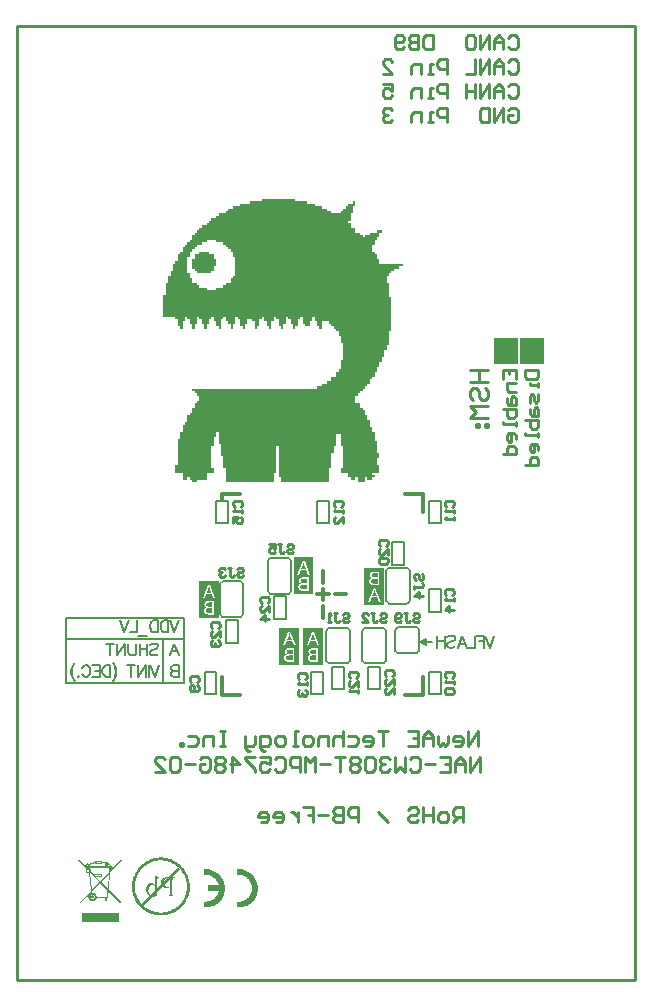
<source format=gbo>
G04 Layer_Color=32896*
%FSLAX25Y25*%
%MOIN*%
G70*
G01*
G75*
%ADD29C,0.00800*%
%ADD30C,0.01000*%
%ADD55C,0.00787*%
%ADD57C,0.01181*%
%ADD95C,0.00709*%
%ADD96R,0.07874X0.08858*%
G36*
X326328Y138715D02*
X326698Y138692D01*
X327057Y138657D01*
X327404Y138599D01*
X327751Y138541D01*
X328075Y138460D01*
X328723Y138287D01*
X329324Y138067D01*
X329891Y137824D01*
X330412Y137569D01*
X330655Y137442D01*
X330886Y137303D01*
X331106Y137176D01*
X331314Y137037D01*
X331511Y136910D01*
X331696Y136783D01*
X331870Y136655D01*
X332032Y136540D01*
X332171Y136424D01*
X332298Y136320D01*
X332414Y136227D01*
X332518Y136146D01*
X332610Y136065D01*
X332680Y136007D01*
X332737Y135950D01*
X332772Y135915D01*
X332795Y135892D01*
X332807Y135880D01*
X333061Y135614D01*
X333304Y135336D01*
X333524Y135059D01*
X333744Y134769D01*
X333929Y134480D01*
X334114Y134203D01*
X334288Y133902D01*
X334438Y133612D01*
X334577Y133323D01*
X334716Y133034D01*
X334936Y132467D01*
X335132Y131923D01*
X335271Y131403D01*
X335399Y130905D01*
X335445Y130674D01*
X335479Y130454D01*
X335514Y130257D01*
X335549Y130060D01*
X335572Y129875D01*
X335584Y129713D01*
X335595Y129563D01*
X335607Y129436D01*
X335618Y129320D01*
Y129216D01*
X335630Y129146D01*
Y129089D01*
Y129054D01*
Y129042D01*
X335618Y128672D01*
X335595Y128302D01*
X335560Y127943D01*
X335503Y127596D01*
X335445Y127249D01*
X335364Y126925D01*
X335190Y126277D01*
X334970Y125675D01*
X334739Y125109D01*
X334485Y124588D01*
X334346Y124345D01*
X334218Y124114D01*
X334091Y123894D01*
X333952Y123685D01*
X333825Y123489D01*
X333698Y123304D01*
X333582Y123130D01*
X333466Y122968D01*
X333351Y122829D01*
X333246Y122702D01*
X333154Y122586D01*
X333061Y122482D01*
X332992Y122389D01*
X332923Y122320D01*
X332876Y122262D01*
X332842Y122228D01*
X332818Y122204D01*
X332807Y122193D01*
X332541Y121938D01*
X332263Y121695D01*
X331985Y121464D01*
X331696Y121256D01*
X331407Y121059D01*
X331118Y120874D01*
X330828Y120712D01*
X330539Y120550D01*
X330250Y120411D01*
X329961Y120284D01*
X329394Y120052D01*
X328838Y119867D01*
X328318Y119717D01*
X327832Y119601D01*
X327600Y119543D01*
X327380Y119509D01*
X327172Y119474D01*
X326976Y119451D01*
X326790Y119416D01*
X326628Y119404D01*
X326478Y119393D01*
X326351Y119381D01*
X326235Y119370D01*
X326131D01*
X326062Y119358D01*
X325957D01*
X325587Y119370D01*
X325217Y119393D01*
X324858Y119428D01*
X324511Y119485D01*
X324176Y119543D01*
X323840Y119624D01*
X323204Y119798D01*
X322602Y120018D01*
X322035Y120261D01*
X321515Y120515D01*
X321271Y120642D01*
X321040Y120781D01*
X320820Y120909D01*
X320612Y121036D01*
X320415Y121175D01*
X320230Y121302D01*
X320057Y121418D01*
X319895Y121533D01*
X319756Y121649D01*
X319629Y121753D01*
X319513Y121846D01*
X319409Y121927D01*
X319316Y122008D01*
X319247Y122077D01*
X319189Y122123D01*
X319154Y122158D01*
X319131Y122181D01*
X319120Y122193D01*
X318865Y122459D01*
X318622Y122737D01*
X318391Y123014D01*
X318182Y123304D01*
X317986Y123593D01*
X317801Y123882D01*
X317627Y124171D01*
X317477Y124461D01*
X317326Y124750D01*
X317199Y125039D01*
X316968Y125606D01*
X316782Y126161D01*
X316632Y126682D01*
X316516Y127168D01*
X316458Y127399D01*
X316424Y127619D01*
X316389Y127827D01*
X316354Y128024D01*
X316331Y128209D01*
X316320Y128371D01*
X316308Y128522D01*
X316297Y128649D01*
X316285Y128765D01*
X316273Y128869D01*
Y128938D01*
Y128996D01*
Y129031D01*
Y129042D01*
X316285Y129412D01*
X316308Y129783D01*
X316343Y130141D01*
X316401Y130489D01*
X316458Y130824D01*
X316539Y131160D01*
X316713Y131796D01*
X316933Y132398D01*
X317176Y132965D01*
X317430Y133485D01*
X317558Y133728D01*
X317696Y133959D01*
X317824Y134179D01*
X317963Y134388D01*
X318090Y134584D01*
X318217Y134769D01*
X318344Y134943D01*
X318460Y135105D01*
X318576Y135244D01*
X318680Y135371D01*
X318772Y135487D01*
X318853Y135591D01*
X318934Y135684D01*
X318992Y135753D01*
X319050Y135811D01*
X319085Y135845D01*
X319108Y135869D01*
X319120Y135880D01*
X319386Y136135D01*
X319663Y136378D01*
X319941Y136609D01*
X320230Y136817D01*
X320519Y137014D01*
X320797Y137199D01*
X321098Y137373D01*
X321387Y137523D01*
X321676Y137673D01*
X321966Y137801D01*
X322533Y138032D01*
X323077Y138217D01*
X323597Y138368D01*
X324095Y138483D01*
X324326Y138541D01*
X324546Y138576D01*
X324743Y138611D01*
X324939Y138645D01*
X325124Y138669D01*
X325286Y138680D01*
X325437Y138692D01*
X325564Y138703D01*
X325680Y138715D01*
X325784Y138726D01*
X325957D01*
X326328Y138715D01*
D02*
G37*
G36*
X376772Y233007D02*
Y226378D01*
X370165D01*
Y233007D01*
Y238727D01*
X376772D01*
Y233007D01*
D02*
G37*
G36*
X312992Y137848D02*
X309070Y133764D01*
X308954Y132665D01*
X308711Y129992D01*
X308514Y128071D01*
X312714Y123756D01*
X312425Y123478D01*
X308480Y127527D01*
X308248Y125040D01*
X308121D01*
Y124091D01*
X307242D01*
Y125040D01*
X304523D01*
X304419Y124855D01*
X304292Y124670D01*
X304095Y124461D01*
X303840Y124288D01*
X303551Y124195D01*
X303273Y124161D01*
X302984Y124172D01*
X302776Y124230D01*
X302533Y124334D01*
X302325Y124461D01*
X302163Y124623D01*
X302001Y124855D01*
X301885Y125109D01*
X301816Y125352D01*
X301792Y125549D01*
X301816Y125792D01*
X301850Y125977D01*
X301920Y126151D01*
X302024Y126347D01*
X302139Y126509D01*
X302302Y126660D01*
X302475Y126775D01*
X302637Y126856D01*
X302614Y127065D01*
X299154Y123478D01*
X298865Y123767D01*
X302579Y127608D01*
X302278Y130964D01*
X302070Y133393D01*
X300959D01*
Y134955D01*
X301249D01*
X298437Y137848D01*
X298726Y138126D01*
X301376Y135395D01*
Y135592D01*
X301318Y135638D01*
X301249Y135684D01*
X301179Y135754D01*
X301110Y135835D01*
X301075Y135939D01*
X301040Y136031D01*
X301029Y136147D01*
X301052Y136298D01*
X301087Y136379D01*
X301191Y136540D01*
X301306Y136645D01*
X301457Y136714D01*
X301619Y136737D01*
X301781Y136714D01*
X301920Y136656D01*
X302035Y136587D01*
X302093Y136517D01*
X302197Y136610D01*
X302371Y136726D01*
X302579Y136830D01*
X302880Y136945D01*
X303204Y137038D01*
X303528Y137107D01*
X303875Y137165D01*
X304153Y137200D01*
Y137547D01*
X306374D01*
Y137246D01*
X306548D01*
X306837Y137212D01*
X307138Y137177D01*
X307427Y137130D01*
Y137316D01*
X308387D01*
Y136864D01*
X308503Y136806D01*
X308653Y136737D01*
X308827Y136633D01*
X308966Y136540D01*
X309093Y136425D01*
X309186Y136344D01*
X309243Y136263D01*
X309290Y136170D01*
X309267Y136008D01*
X309822D01*
Y135302D01*
X309209D01*
X309116Y134388D01*
X312703Y138126D01*
X312992Y137848D01*
D02*
G37*
G36*
X345276Y225132D02*
Y218504D01*
X338669D01*
Y225132D01*
Y230853D01*
X345276D01*
Y225132D01*
D02*
G37*
G36*
X352309Y134925D02*
X352783Y134867D01*
X353235Y134774D01*
X353663Y134647D01*
X354068Y134508D01*
X354438Y134346D01*
X354797Y134173D01*
X355109Y133999D01*
X355398Y133826D01*
X355653Y133652D01*
X355873Y133490D01*
X356058Y133351D01*
X356197Y133224D01*
X356301Y133131D01*
X356370Y133073D01*
X356393Y133050D01*
X356729Y132692D01*
X357018Y132310D01*
X357273Y131928D01*
X357481Y131546D01*
X357666Y131153D01*
X357817Y130783D01*
X357944Y130412D01*
X358048Y130065D01*
X358117Y129741D01*
X358175Y129440D01*
X358221Y129174D01*
X358245Y128943D01*
X358256Y128839D01*
X358268Y128746D01*
Y128677D01*
X358279Y128607D01*
Y128561D01*
Y128526D01*
Y128503D01*
Y128492D01*
X358256Y128006D01*
X358198Y127531D01*
X358106Y127080D01*
X357979Y126652D01*
X357840Y126247D01*
X357678Y125877D01*
X357516Y125530D01*
X357330Y125206D01*
X357157Y124928D01*
X356995Y124674D01*
X356833Y124454D01*
X356683Y124269D01*
X356567Y124130D01*
X356474Y124014D01*
X356417Y123956D01*
X356393Y123933D01*
X356035Y123598D01*
X355653Y123308D01*
X355271Y123054D01*
X354878Y122846D01*
X354496Y122660D01*
X354114Y122510D01*
X353744Y122383D01*
X353397Y122279D01*
X353073Y122209D01*
X352772Y122151D01*
X352506Y122105D01*
X352274Y122082D01*
X352170Y122070D01*
X352078Y122059D01*
X352008D01*
X351939Y122047D01*
X351580D01*
X351476Y122059D01*
X351291D01*
X351233Y122070D01*
X351175D01*
Y124026D01*
X351395Y124003D01*
X351511Y123991D01*
X351603D01*
X351696Y123979D01*
X351823D01*
X352170Y123991D01*
X352494Y124037D01*
X352807Y124107D01*
X353108Y124188D01*
X353385Y124280D01*
X353651Y124396D01*
X353894Y124512D01*
X354114Y124639D01*
X354322Y124766D01*
X354496Y124882D01*
X354646Y124998D01*
X354774Y125090D01*
X354878Y125183D01*
X354959Y125241D01*
X355005Y125287D01*
X355017Y125298D01*
X355248Y125553D01*
X355456Y125819D01*
X355630Y126085D01*
X355780Y126363D01*
X355907Y126629D01*
X356012Y126895D01*
X356104Y127150D01*
X356173Y127393D01*
X356220Y127624D01*
X356266Y127832D01*
X356289Y128017D01*
X356312Y128179D01*
X356324Y128307D01*
X356335Y128411D01*
Y128469D01*
Y128492D01*
X356324Y128839D01*
X356278Y129163D01*
X356208Y129487D01*
X356127Y129788D01*
X356035Y130065D01*
X355919Y130331D01*
X355803Y130574D01*
X355676Y130794D01*
X355549Y130991D01*
X355433Y131164D01*
X355317Y131326D01*
X355225Y131454D01*
X355132Y131546D01*
X355074Y131627D01*
X355028Y131674D01*
X355017Y131685D01*
X354762Y131916D01*
X354496Y132125D01*
X354230Y132298D01*
X353952Y132460D01*
X353686Y132588D01*
X353420Y132692D01*
X353165Y132784D01*
X352922Y132854D01*
X352691Y132900D01*
X352483Y132946D01*
X352298Y132981D01*
X352136Y132992D01*
X352008Y133004D01*
X351904Y133016D01*
X351823D01*
X351580Y133004D01*
X351476D01*
X351372Y132992D01*
X351291Y132981D01*
X351233D01*
X351187Y132969D01*
X351175D01*
Y134913D01*
X351395Y134936D01*
X351499D01*
X351603Y134948D01*
X351823D01*
X352309Y134925D01*
D02*
G37*
G36*
X379921Y209384D02*
Y202756D01*
X373315D01*
Y209384D01*
Y215105D01*
X379921D01*
Y209384D01*
D02*
G37*
G36*
X341341Y134925D02*
X341815Y134867D01*
X342266Y134774D01*
X342694Y134647D01*
X343099Y134508D01*
X343470Y134346D01*
X343817Y134173D01*
X344141Y133999D01*
X344418Y133826D01*
X344673Y133652D01*
X344893Y133490D01*
X345078Y133351D01*
X345217Y133224D01*
X345333Y133131D01*
X345390Y133073D01*
X345413Y133050D01*
X345749Y132692D01*
X346038Y132310D01*
X346293Y131928D01*
X346501Y131546D01*
X346686Y131153D01*
X346837Y130783D01*
X346964Y130412D01*
X347068Y130065D01*
X347137Y129741D01*
X347195Y129440D01*
X347241Y129174D01*
X347265Y128943D01*
X347276Y128839D01*
X347288Y128746D01*
Y128677D01*
X347299Y128607D01*
Y128561D01*
Y128526D01*
Y128503D01*
Y128492D01*
X347276Y128006D01*
X347218Y127531D01*
X347126Y127080D01*
X346999Y126652D01*
X346860Y126247D01*
X346698Y125877D01*
X346536Y125530D01*
X346351Y125206D01*
X346177Y124928D01*
X346015Y124674D01*
X345853Y124454D01*
X345703Y124269D01*
X345587Y124130D01*
X345494Y124014D01*
X345437Y123956D01*
X345413Y123933D01*
X345055Y123598D01*
X344673Y123308D01*
X344291Y123054D01*
X343909Y122846D01*
X343516Y122660D01*
X343146Y122510D01*
X342776Y122383D01*
X342428Y122279D01*
X342104Y122209D01*
X341804Y122151D01*
X341537Y122105D01*
X341306Y122082D01*
X341202Y122070D01*
X341109Y122059D01*
X341040D01*
X340971Y122047D01*
X340612D01*
X340508Y122059D01*
X340323D01*
X340265Y122070D01*
X340207D01*
X340218Y124026D01*
X340438Y124003D01*
X340543Y123991D01*
X340647D01*
X340728Y123979D01*
X340855D01*
X341144Y123991D01*
X341433Y124026D01*
X341711Y124072D01*
X341966Y124130D01*
X342220Y124211D01*
X342452Y124292D01*
X342671Y124384D01*
X342868Y124477D01*
X343053Y124569D01*
X343215Y124662D01*
X343354Y124743D01*
X343470Y124824D01*
X343562Y124882D01*
X343632Y124928D01*
X343678Y124963D01*
X343689Y124975D01*
X343909Y125171D01*
X344118Y125368D01*
X344291Y125576D01*
X344453Y125796D01*
X344603Y126004D01*
X344731Y126224D01*
X344847Y126432D01*
X344939Y126629D01*
X345020Y126814D01*
X345090Y126988D01*
X345147Y127138D01*
X345194Y127277D01*
X345228Y127381D01*
X345251Y127462D01*
X345263Y127508D01*
Y127531D01*
X341491D01*
Y129464D01*
X345263D01*
X345194Y129753D01*
X345101Y130019D01*
X344997Y130285D01*
X344881Y130528D01*
X344754Y130748D01*
X344627Y130956D01*
X344488Y131153D01*
X344361Y131326D01*
X344233Y131488D01*
X344106Y131627D01*
X344002Y131743D01*
X343898Y131835D01*
X343817Y131916D01*
X343759Y131974D01*
X343713Y132009D01*
X343701Y132021D01*
X343458Y132194D01*
X343215Y132344D01*
X342972Y132483D01*
X342729Y132599D01*
X342486Y132692D01*
X342255Y132773D01*
X342023Y132842D01*
X341804Y132888D01*
X341607Y132935D01*
X341422Y132958D01*
X341260Y132981D01*
X341121Y133004D01*
X341005D01*
X340924Y133016D01*
X340855D01*
X340612Y133004D01*
X340508D01*
X340404Y132992D01*
X340323Y132981D01*
X340265D01*
X340218Y132969D01*
X340207D01*
Y134913D01*
X340346Y134925D01*
X340461Y134936D01*
X340577D01*
X340670Y134948D01*
X340855D01*
X341341Y134925D01*
D02*
G37*
G36*
X400394Y229463D02*
Y222835D01*
X393787D01*
Y229463D01*
Y235184D01*
X400394D01*
Y229463D01*
D02*
G37*
G36*
X372047Y209384D02*
Y202756D01*
X365441D01*
Y209384D01*
Y215105D01*
X372047D01*
Y209384D01*
D02*
G37*
G36*
X370772Y357380D02*
X374772D01*
Y356579D01*
X377172D01*
Y355780D01*
X379572D01*
Y354979D01*
X381172D01*
Y354180D01*
X382772D01*
Y353380D01*
X385972D01*
Y354180D01*
X386772D01*
Y354979D01*
X387572D01*
Y355780D01*
X388372D01*
Y356579D01*
X389972D01*
Y357380D01*
X390772D01*
Y356579D01*
Y355780D01*
X389972D01*
Y354979D01*
Y354180D01*
Y353380D01*
X389172D01*
Y352579D01*
Y351780D01*
Y350979D01*
X388372D01*
Y350180D01*
X389172D01*
Y349379D01*
Y348580D01*
X390772D01*
Y347779D01*
Y346979D01*
X392372D01*
Y346180D01*
X393172D01*
Y345379D01*
X393972D01*
Y346180D01*
X395572D01*
Y346979D01*
X397972D01*
Y347779D01*
X399572D01*
Y346979D01*
X398772D01*
Y346180D01*
Y345379D01*
X397972D01*
Y344580D01*
X397172D01*
Y343779D01*
Y342980D01*
X396372D01*
Y342179D01*
Y341379D01*
Y340580D01*
X397172D01*
Y339779D01*
X397972D01*
Y338980D01*
Y338179D01*
X398772D01*
Y337380D01*
Y336579D01*
X406772D01*
Y335780D01*
X405172D01*
Y334980D01*
X403572D01*
Y334179D01*
X402772D01*
Y333380D01*
X401972D01*
Y332579D01*
X401172D01*
Y331780D01*
Y330979D01*
Y330180D01*
X401972D01*
Y329380D01*
Y328579D01*
Y327780D01*
Y326979D01*
Y326180D01*
Y325379D01*
X402772D01*
Y324580D01*
Y323780D01*
Y322979D01*
Y322180D01*
Y321379D01*
Y320580D01*
Y319779D01*
Y318980D01*
Y318179D01*
Y317379D01*
Y316580D01*
Y315779D01*
Y314980D01*
Y314179D01*
X401972D01*
Y313380D01*
Y312579D01*
Y311779D01*
Y310980D01*
Y310179D01*
Y309380D01*
X401172D01*
Y308579D01*
Y307780D01*
X400372D01*
Y306979D01*
Y306179D01*
Y305380D01*
X399572D01*
Y304579D01*
Y303780D01*
X398772D01*
Y302979D01*
Y302180D01*
X397972D01*
Y301379D01*
Y300580D01*
X397172D01*
Y299780D01*
Y298979D01*
X396372D01*
Y298180D01*
X395572D01*
Y297379D01*
Y296580D01*
X394772D01*
Y295779D01*
X393972D01*
Y294980D01*
X393172D01*
Y294180D01*
X392372D01*
Y293379D01*
X391572D01*
Y292580D01*
X390772D01*
Y291779D01*
Y290980D01*
Y290179D01*
X392372D01*
Y289380D01*
Y288580D01*
X393172D01*
Y287779D01*
X393972D01*
Y286980D01*
Y286179D01*
X394772D01*
Y285380D01*
Y284579D01*
X395572D01*
Y283780D01*
Y282979D01*
Y282179D01*
X396372D01*
Y281380D01*
Y280579D01*
X397172D01*
Y279780D01*
Y278979D01*
Y278180D01*
Y277379D01*
X397972D01*
Y276579D01*
Y275780D01*
Y274979D01*
Y274180D01*
Y273379D01*
X398772D01*
Y272580D01*
Y271779D01*
X397972D01*
Y270979D01*
Y270180D01*
Y269379D01*
X398772D01*
Y268580D01*
Y267779D01*
Y266980D01*
X396372D01*
Y266179D01*
X397172D01*
Y265380D01*
X396372D01*
Y264580D01*
X394772D01*
Y265380D01*
X393972D01*
Y264580D01*
Y263779D01*
X391572D01*
Y264580D01*
Y265380D01*
X390772D01*
Y264580D01*
X389172D01*
Y265380D01*
X388372D01*
Y266179D01*
Y266980D01*
X385972D01*
Y267779D01*
Y268580D01*
X386772D01*
Y269379D01*
Y270180D01*
Y270979D01*
Y271779D01*
Y272580D01*
Y273379D01*
Y274180D01*
Y274979D01*
Y275780D01*
X385972D01*
Y276579D01*
Y277379D01*
Y278180D01*
Y278979D01*
Y279780D01*
X384372D01*
Y278979D01*
Y278180D01*
Y277379D01*
Y276579D01*
Y275780D01*
X383572D01*
Y274979D01*
Y274180D01*
Y273379D01*
X382772D01*
Y272580D01*
Y271779D01*
Y270979D01*
Y270180D01*
Y269379D01*
Y268580D01*
X381972D01*
Y267779D01*
Y266980D01*
Y266179D01*
Y265380D01*
Y264580D01*
Y263779D01*
X365972D01*
Y264580D01*
Y265380D01*
X365172D01*
Y266179D01*
Y266980D01*
Y267779D01*
Y268580D01*
Y269379D01*
Y270180D01*
Y270979D01*
Y271779D01*
Y272580D01*
Y273379D01*
Y274180D01*
Y274979D01*
Y275780D01*
X364372D01*
Y274979D01*
Y274180D01*
Y273379D01*
Y272580D01*
Y271779D01*
Y270979D01*
Y270180D01*
Y269379D01*
Y268580D01*
Y267779D01*
Y266980D01*
X363572D01*
Y266179D01*
Y265380D01*
Y264580D01*
Y263779D01*
X347572D01*
Y264580D01*
Y265380D01*
Y266179D01*
Y266980D01*
Y267779D01*
Y268580D01*
X346772D01*
Y269379D01*
Y270180D01*
Y270979D01*
Y271779D01*
Y272580D01*
X345972D01*
Y273379D01*
Y274180D01*
Y274979D01*
Y275780D01*
Y276579D01*
X345172D01*
Y277379D01*
Y278180D01*
Y278979D01*
Y279780D01*
Y280579D01*
X344372D01*
Y279780D01*
Y278979D01*
X343572D01*
Y278180D01*
Y277379D01*
Y276579D01*
Y275780D01*
X342772D01*
Y274979D01*
Y274180D01*
Y273379D01*
Y272580D01*
Y271779D01*
Y270979D01*
Y270180D01*
Y269379D01*
Y268580D01*
X343572D01*
Y267779D01*
Y266980D01*
X341172D01*
Y266179D01*
Y265380D01*
Y264580D01*
X337972D01*
Y263779D01*
X336372D01*
Y264580D01*
X335572D01*
Y265380D01*
X334772D01*
Y264580D01*
X333172D01*
Y265380D01*
Y266179D01*
Y266980D01*
X330772D01*
Y267779D01*
Y268580D01*
Y269379D01*
X331572D01*
Y270180D01*
Y270979D01*
Y271779D01*
Y272580D01*
Y273379D01*
Y274180D01*
Y274979D01*
Y275780D01*
Y276579D01*
Y277379D01*
Y278180D01*
X332372D01*
Y278979D01*
Y279780D01*
Y280579D01*
X333172D01*
Y281380D01*
Y282179D01*
Y282979D01*
X333972D01*
Y283780D01*
X334772D01*
Y284579D01*
Y285380D01*
Y286179D01*
X335572D01*
Y286980D01*
X336372D01*
Y287779D01*
Y288580D01*
X337172D01*
Y289380D01*
Y290179D01*
X337972D01*
Y290980D01*
X338772D01*
Y291779D01*
Y292580D01*
X337972D01*
Y293379D01*
X337172D01*
Y294180D01*
X336372D01*
Y294980D01*
X377972D01*
Y295779D01*
X379572D01*
Y296580D01*
X381172D01*
Y297379D01*
X382772D01*
Y298180D01*
Y298979D01*
X384372D01*
Y299780D01*
Y300580D01*
X385172D01*
Y301379D01*
X385972D01*
Y302180D01*
Y302979D01*
Y303780D01*
Y304579D01*
X386772D01*
Y305380D01*
Y306179D01*
Y306979D01*
Y307780D01*
Y308579D01*
Y309380D01*
Y310179D01*
X385972D01*
Y310980D01*
Y311779D01*
Y312579D01*
X385172D01*
Y313380D01*
Y314179D01*
X384372D01*
Y314980D01*
X383572D01*
Y315779D01*
X382772D01*
Y316580D01*
X381972D01*
Y317379D01*
X379572D01*
Y316580D01*
Y315779D01*
Y314980D01*
X378772D01*
Y315779D01*
X377972D01*
Y316580D01*
Y317379D01*
X377172D01*
Y318179D01*
Y318980D01*
X376372D01*
Y318179D01*
Y317379D01*
X375572D01*
Y316580D01*
Y315779D01*
X373972D01*
Y316580D01*
X373172D01*
Y317379D01*
Y318179D01*
Y318980D01*
X372372D01*
Y318179D01*
X371572D01*
Y317379D01*
Y316580D01*
Y315779D01*
X370772D01*
Y314980D01*
X369972D01*
Y315779D01*
Y316580D01*
X369172D01*
Y317379D01*
Y318179D01*
X368372D01*
Y318980D01*
X367572D01*
Y318179D01*
Y317379D01*
Y316580D01*
X366772D01*
Y315779D01*
Y314980D01*
X365972D01*
Y315779D01*
X365172D01*
Y316580D01*
Y317379D01*
Y318179D01*
X364372D01*
Y318980D01*
X363572D01*
Y318179D01*
Y317379D01*
X362772D01*
Y316580D01*
Y315779D01*
Y314980D01*
X361972D01*
Y315779D01*
X361172D01*
Y316580D01*
Y317379D01*
X360372D01*
Y318179D01*
Y318980D01*
X359572D01*
Y318179D01*
X358772D01*
Y317379D01*
Y316580D01*
Y315779D01*
X357972D01*
Y314980D01*
X357172D01*
Y315779D01*
Y316580D01*
Y317379D01*
X356372D01*
Y318179D01*
X354772D01*
Y317379D01*
Y316580D01*
X353972D01*
Y315779D01*
Y314980D01*
X353172D01*
Y315779D01*
X352372D01*
Y316580D01*
Y317379D01*
Y318179D01*
X351572D01*
Y318980D01*
X350772D01*
Y318179D01*
Y317379D01*
Y316580D01*
X349972D01*
Y315779D01*
Y314980D01*
X349172D01*
Y315779D01*
Y316580D01*
X348372D01*
Y317379D01*
X347572D01*
Y318179D01*
Y318980D01*
X346772D01*
Y318179D01*
X345972D01*
Y317379D01*
Y316580D01*
Y315779D01*
Y314980D01*
X345172D01*
Y315779D01*
X344372D01*
Y316580D01*
Y317379D01*
X343572D01*
Y318179D01*
Y318980D01*
X342772D01*
Y318179D01*
X341972D01*
Y317379D01*
Y316580D01*
X341172D01*
Y315779D01*
Y314980D01*
X340372D01*
Y315779D01*
Y316580D01*
X339572D01*
Y317379D01*
Y318179D01*
X338772D01*
Y318980D01*
X337972D01*
Y318179D01*
Y317379D01*
Y316580D01*
X337172D01*
Y315779D01*
Y314980D01*
X336372D01*
Y315779D01*
Y316580D01*
X335572D01*
Y317379D01*
Y318179D01*
X334772D01*
Y318980D01*
X333972D01*
Y318179D01*
Y317379D01*
X333172D01*
Y316580D01*
Y315779D01*
Y314980D01*
X332372D01*
Y315779D01*
X331572D01*
Y316580D01*
Y317379D01*
Y318179D01*
X330772D01*
Y318980D01*
X326772D01*
Y319779D01*
Y320580D01*
Y321379D01*
Y322180D01*
Y322979D01*
Y323780D01*
Y324580D01*
Y325379D01*
Y326180D01*
X327572D01*
Y326979D01*
Y327780D01*
Y328579D01*
Y329380D01*
Y330180D01*
X328372D01*
Y330979D01*
Y331780D01*
Y332579D01*
X329172D01*
Y333380D01*
Y334179D01*
X329972D01*
Y334980D01*
Y335780D01*
Y336579D01*
X330772D01*
Y337380D01*
X331572D01*
Y338179D01*
Y338980D01*
Y339779D01*
X332372D01*
Y340580D01*
X333172D01*
Y341379D01*
Y342179D01*
X333972D01*
Y342980D01*
X334772D01*
Y343779D01*
X335572D01*
Y344580D01*
X336372D01*
Y345379D01*
Y346180D01*
X337172D01*
Y346979D01*
X337972D01*
Y347779D01*
X338772D01*
Y348580D01*
X339572D01*
Y349379D01*
X341172D01*
Y350180D01*
X341972D01*
Y350979D01*
X342772D01*
Y351780D01*
X344372D01*
Y352579D01*
X345172D01*
Y353380D01*
X347572D01*
Y354180D01*
X348372D01*
Y354979D01*
X349972D01*
Y355780D01*
X352372D01*
Y356579D01*
X355572D01*
Y357380D01*
X359572D01*
Y358179D01*
X370772D01*
Y357380D01*
D02*
G37*
G36*
X312147Y120273D02*
Y120215D01*
Y120134D01*
Y120053D01*
Y119961D01*
Y119880D01*
Y119822D01*
Y119810D01*
Y119799D01*
Y119417D01*
Y119232D01*
Y119058D01*
Y118919D01*
Y118804D01*
Y118757D01*
Y118723D01*
Y118711D01*
Y118700D01*
Y118480D01*
Y118283D01*
Y118098D01*
Y117936D01*
Y117797D01*
Y117704D01*
Y117635D01*
Y117623D01*
Y117612D01*
Y117450D01*
Y117334D01*
Y117242D01*
Y117184D01*
Y117149D01*
Y117138D01*
Y117126D01*
X299501D01*
Y117149D01*
Y117207D01*
Y117276D01*
Y117369D01*
Y117462D01*
Y117531D01*
Y117589D01*
Y117612D01*
Y117994D01*
Y118179D01*
Y118341D01*
Y118491D01*
Y118595D01*
Y118642D01*
Y118676D01*
Y118688D01*
Y118700D01*
Y118919D01*
Y119128D01*
Y119313D01*
Y119475D01*
Y119614D01*
Y119718D01*
Y119775D01*
Y119799D01*
Y119891D01*
Y119961D01*
Y120088D01*
Y120180D01*
Y120238D01*
Y120273D01*
Y120285D01*
Y120296D01*
X312147D01*
Y120273D01*
D02*
G37*
%LPC*%
G36*
X327947Y131738D02*
X327809Y131692D01*
X327681Y131646D01*
X327635Y131622D01*
X327600Y131611D01*
X327577Y131588D01*
X327566D01*
X327462Y131518D01*
X327357Y131437D01*
X327276Y131345D01*
X327207Y131264D01*
X327149Y131183D01*
X327114Y131113D01*
X327091Y131067D01*
X327080Y131055D01*
X327022Y130928D01*
X326987Y130847D01*
X326976Y130789D01*
X326964Y130766D01*
X327947Y131738D01*
D02*
G37*
G36*
X328896Y131310D02*
X327103Y129528D01*
X327161Y129436D01*
X327219Y129366D01*
X327253Y129320D01*
X327265Y129308D01*
X327404Y129181D01*
X327554Y129077D01*
X327693Y129008D01*
X327820Y128961D01*
X327936Y128938D01*
X328028Y128927D01*
X328086Y128915D01*
X328109D01*
X328214Y128927D01*
X328329Y128938D01*
X328376D01*
X328410Y128950D01*
X328445D01*
X328595Y128961D01*
X328746Y128984D01*
X328804Y128996D01*
X328850Y129008D01*
X328885Y129019D01*
X328896D01*
Y131310D01*
D02*
G37*
G36*
X323111Y129528D02*
X323019D01*
X322845Y129505D01*
X322695Y129459D01*
X322556Y129389D01*
X322428Y129308D01*
X322324Y129227D01*
X322255Y129158D01*
X322197Y129112D01*
X322186Y129089D01*
X322058Y128903D01*
X321966Y128695D01*
X321896Y128487D01*
X321850Y128279D01*
X321827Y128094D01*
X321815Y128013D01*
X321804Y127943D01*
Y127885D01*
Y127839D01*
Y127816D01*
Y127804D01*
X321815Y127492D01*
X321862Y127214D01*
X321919Y126971D01*
X321989Y126786D01*
X322070Y126636D01*
X322128Y126532D01*
X322174Y126462D01*
X322186Y126439D01*
X322255Y126335D01*
X322324Y126266D01*
X322382Y126208D01*
X322394Y126196D01*
X322405D01*
X324014Y127793D01*
Y129031D01*
X323898Y129135D01*
X323805Y129216D01*
X323713Y129274D01*
X323643Y129332D01*
X323586Y129366D01*
X323551Y129389D01*
X323528Y129412D01*
X323516D01*
X323331Y129482D01*
X323250Y129505D01*
X323169Y129517D01*
X323111Y129528D01*
D02*
G37*
G36*
X331754Y135545D02*
X331748Y135539D01*
X331870Y135429D01*
X332113Y135197D01*
X331754Y135545D01*
D02*
G37*
G36*
X326119Y137754D02*
X325957D01*
X325622Y137743D01*
X325298Y137731D01*
X324974Y137697D01*
X324662Y137650D01*
X324048Y137523D01*
X323470Y137361D01*
X322926Y137164D01*
X322428Y136945D01*
X321954Y136713D01*
X321526Y136482D01*
X321144Y136239D01*
X320959Y136123D01*
X320797Y136007D01*
X320647Y135892D01*
X320508Y135788D01*
X320369Y135695D01*
X320253Y135602D01*
X320149Y135510D01*
X320057Y135429D01*
X319987Y135371D01*
X319918Y135313D01*
X319872Y135255D01*
X319837Y135232D01*
X319814Y135209D01*
X319802Y135197D01*
X319571Y134955D01*
X319351Y134712D01*
X319143Y134457D01*
X318957Y134203D01*
X318784Y133948D01*
X318622Y133682D01*
X318460Y133427D01*
X318321Y133161D01*
X318078Y132641D01*
X317870Y132132D01*
X317696Y131634D01*
X317569Y131171D01*
X317454Y130720D01*
X317384Y130315D01*
X317349Y130130D01*
X317326Y129956D01*
X317303Y129794D01*
X317280Y129644D01*
X317268Y129517D01*
X317257Y129389D01*
Y129285D01*
X317245Y129204D01*
Y129135D01*
Y129089D01*
Y129054D01*
Y129042D01*
X317257Y128707D01*
X317268Y128383D01*
X317303Y128059D01*
X317349Y127746D01*
X317477Y127133D01*
X317639Y126555D01*
X317835Y126011D01*
X318055Y125502D01*
X318286Y125039D01*
X318518Y124611D01*
X318761Y124218D01*
X318877Y124044D01*
X318992Y123871D01*
X319108Y123720D01*
X319212Y123581D01*
X319305Y123454D01*
X319397Y123327D01*
X319463Y123253D01*
X319455Y123246D01*
X319632Y123057D01*
X319687Y122991D01*
X319713Y122970D01*
X319764Y122916D01*
X319767Y122910D01*
X319791Y122887D01*
X319802Y122875D01*
X320045Y122644D01*
X320288Y122424D01*
X320543Y122228D01*
X320797Y122031D01*
X321052Y121857D01*
X321318Y121695D01*
X321572Y121545D01*
X321838Y121406D01*
X322359Y121163D01*
X322868Y120955D01*
X323366Y120781D01*
X323829Y120654D01*
X324280Y120538D01*
X324685Y120469D01*
X324870Y120434D01*
X325043Y120411D01*
X325205Y120388D01*
X325356Y120365D01*
X325483Y120353D01*
X325610Y120342D01*
X325714D01*
X325795Y120330D01*
X325957D01*
X326293Y120342D01*
X326617Y120365D01*
X326941Y120388D01*
X327253Y120434D01*
X327866Y120562D01*
X328433Y120723D01*
X328977Y120920D01*
X329486Y121140D01*
X329961Y121371D01*
X330389Y121603D01*
X330770Y121846D01*
X330944Y121961D01*
X331118Y122066D01*
X331268Y122181D01*
X331407Y122285D01*
X331534Y122389D01*
X331661Y122482D01*
X331766Y122563D01*
X331858Y122644D01*
X331927Y122713D01*
X331997Y122771D01*
X332043Y122818D01*
X332078Y122852D01*
X332101Y122864D01*
X332113Y122875D01*
X332344Y123118D01*
X332564Y123361D01*
X332761Y123616D01*
X332957Y123871D01*
X333131Y124137D01*
X333293Y124391D01*
X333455Y124657D01*
X333594Y124923D01*
X333837Y125444D01*
X334045Y125953D01*
X334218Y126451D01*
X334346Y126913D01*
X334450Y127365D01*
X334531Y127770D01*
X334565Y127955D01*
X334589Y128128D01*
X334612Y128290D01*
X334635Y128441D01*
X334647Y128568D01*
X334658Y128695D01*
Y128799D01*
X334670Y128880D01*
Y128950D01*
Y128996D01*
Y129031D01*
Y129042D01*
X334658Y129378D01*
X334635Y129702D01*
X334612Y130026D01*
X334554Y130338D01*
X334438Y130951D01*
X334265Y131530D01*
X334080Y132074D01*
X333860Y132571D01*
X333628Y133045D01*
X333385Y133474D01*
X333154Y133855D01*
X333038Y134040D01*
X332923Y134203D01*
X332807Y134353D01*
X332703Y134492D01*
X332610Y134631D01*
X332506Y134746D01*
X332425Y134850D01*
X332437Y134862D01*
X332125Y135185D01*
X332124Y135186D01*
X332113Y135197D01*
X332125Y135185D01*
X332136Y135163D01*
X332171Y135128D01*
X332217Y135082D01*
X332275Y135012D01*
X332344Y134943D01*
X332425Y134850D01*
X329729Y132155D01*
X330713D01*
Y131981D01*
X330470D01*
X330342Y131969D01*
X330238Y131946D01*
X330134Y131912D01*
X330065Y131877D01*
X330007Y131842D01*
X329961Y131807D01*
X329938Y131784D01*
X329926Y131773D01*
X329880Y131703D01*
X329856Y131599D01*
X329833Y131472D01*
X329810Y131345D01*
Y131217D01*
X329799Y131125D01*
Y131044D01*
Y131032D01*
Y131021D01*
Y126890D01*
Y126705D01*
X329810Y126543D01*
X329822Y126427D01*
X329845Y126335D01*
X329856Y126266D01*
X329880Y126219D01*
X329891Y126196D01*
Y126184D01*
X329972Y126103D01*
X330065Y126034D01*
X330157Y125988D01*
X330250Y125965D01*
X330331Y125942D01*
X330400Y125930D01*
X330713D01*
Y125745D01*
X327971D01*
Y125930D01*
X328214D01*
X328341Y125942D01*
X328445Y125965D01*
X328538Y125988D01*
X328619Y126034D01*
X328676Y126069D01*
X328723Y126092D01*
X328746Y126115D01*
X328757Y126127D01*
X328804Y126208D01*
X328838Y126312D01*
X328861Y126439D01*
X328873Y126566D01*
X328885Y126694D01*
X328896Y126798D01*
Y126867D01*
Y126879D01*
Y126890D01*
Y128742D01*
X328769Y128718D01*
X328653Y128695D01*
X328561Y128684D01*
X328480Y128672D01*
X328410Y128661D01*
X328364Y128649D01*
X328318D01*
X328121Y128626D01*
X328028D01*
X327959Y128614D01*
X327809D01*
X327531Y128626D01*
X327276Y128672D01*
X327057Y128730D01*
X326871Y128788D01*
X326733Y128857D01*
X326628Y128903D01*
X326559Y128950D01*
X326536Y128961D01*
X324789Y127214D01*
Y126161D01*
X324638Y126069D01*
X324488Y125988D01*
X324361Y125918D01*
X324234Y125861D01*
X324141Y125814D01*
X324060Y125779D01*
X324002Y125768D01*
X323991Y125756D01*
X323852Y125710D01*
X323724Y125675D01*
X323586Y125652D01*
X323470Y125641D01*
X323377Y125629D01*
X323296Y125618D01*
X323192D01*
X320138Y122563D01*
X319791Y122887D01*
X319764Y122916D01*
X319744Y122945D01*
X319713Y122970D01*
X319632Y123057D01*
X319629Y123061D01*
X319571Y123130D01*
X319490Y123223D01*
X319463Y123253D01*
X322139Y125930D01*
X322001Y126023D01*
X321873Y126115D01*
X321827Y126161D01*
X321792Y126196D01*
X321769Y126208D01*
X321758Y126219D01*
X321619Y126358D01*
X321503Y126497D01*
X321399Y126647D01*
X321318Y126809D01*
X321237Y126960D01*
X321179Y127110D01*
X321086Y127411D01*
X321052Y127550D01*
X321029Y127665D01*
X321017Y127781D01*
X321005Y127885D01*
X320994Y127955D01*
Y128024D01*
Y128059D01*
Y128070D01*
Y128255D01*
X321017Y128429D01*
X321075Y128730D01*
X321156Y129008D01*
X321191Y129123D01*
X321237Y129227D01*
X321283Y129320D01*
X321329Y129401D01*
X321376Y129470D01*
X321410Y129528D01*
X321445Y129575D01*
X321468Y129609D01*
X321480Y129621D01*
X321491Y129632D01*
X321584Y129736D01*
X321688Y129829D01*
X321781Y129899D01*
X321885Y129968D01*
X322081Y130072D01*
X322255Y130141D01*
X322417Y130176D01*
X322533Y130199D01*
X322579Y130211D01*
X322648D01*
X322787Y130199D01*
X322915Y130176D01*
X323042Y130130D01*
X323169Y130072D01*
X323400Y129933D01*
X323609Y129771D01*
X323771Y129609D01*
X323840Y129540D01*
X323898Y129470D01*
X323944Y129412D01*
X323979Y129366D01*
X324002Y129343D01*
X324014Y129332D01*
Y132467D01*
X324222D01*
X325518Y131935D01*
X325448Y131773D01*
X325321Y131819D01*
X325217Y131831D01*
X325148Y131842D01*
X325124D01*
X325043Y131831D01*
X324986Y131819D01*
X324939Y131796D01*
X324928Y131784D01*
X324881Y131715D01*
X324847Y131646D01*
X324835Y131576D01*
X324823Y131564D01*
Y131553D01*
X324812Y131518D01*
Y131460D01*
X324800Y131345D01*
Y131194D01*
X324789Y131032D01*
Y130894D01*
Y130766D01*
Y130720D01*
Y130685D01*
Y130662D01*
Y130650D01*
Y128579D01*
X325934Y129736D01*
X325876Y129956D01*
X325853Y130072D01*
X325842Y130165D01*
X325830Y130257D01*
Y130326D01*
Y130373D01*
Y130384D01*
X325842Y130593D01*
X325888Y130778D01*
X325934Y130951D01*
X326004Y131090D01*
X326062Y131217D01*
X326119Y131298D01*
X326166Y131356D01*
X326177Y131379D01*
X326316Y131530D01*
X326455Y131657D01*
X326594Y131761D01*
X326721Y131842D01*
X326837Y131900D01*
X326929Y131946D01*
X326987Y131969D01*
X327010Y131981D01*
X327219Y132039D01*
X327438Y132085D01*
X327658Y132108D01*
X327878Y132132D01*
X328075Y132143D01*
X328156Y132155D01*
X328364D01*
X331748Y135539D01*
X331627Y135649D01*
X331372Y135857D01*
X331118Y136042D01*
X330852Y136216D01*
X330597Y136378D01*
X330331Y136540D01*
X330076Y136679D01*
X329556Y136922D01*
X329047Y137130D01*
X328549Y137303D01*
X328075Y137431D01*
X327635Y137546D01*
X327230Y137616D01*
X327045Y137650D01*
X326871Y137673D01*
X326710Y137697D01*
X326559Y137720D01*
X326420Y137731D01*
X326305Y137743D01*
X326200D01*
X326119Y137754D01*
D02*
G37*
G36*
X375181Y232099D02*
X373432D01*
X373396Y232095D01*
X373350D01*
X373301Y232092D01*
X373242Y232085D01*
X373183Y232082D01*
X373117Y232072D01*
X373048Y232066D01*
X372911Y232039D01*
X372773Y232003D01*
X372707Y231984D01*
X372648Y231958D01*
X372645D01*
X372635Y231951D01*
X372619Y231944D01*
X372596Y231931D01*
X372570Y231918D01*
X372540Y231898D01*
X372504Y231879D01*
X372468Y231853D01*
X372429Y231826D01*
X372389Y231793D01*
X372350Y231761D01*
X372307Y231721D01*
X372268Y231679D01*
X372229Y231636D01*
X372193Y231587D01*
X372156Y231534D01*
X372153Y231531D01*
X372150Y231521D01*
X372140Y231505D01*
X372127Y231485D01*
X372114Y231459D01*
X372101Y231426D01*
X372084Y231393D01*
X372065Y231354D01*
X372048Y231308D01*
X372032Y231262D01*
X372006Y231160D01*
X371983Y231049D01*
X371979Y230993D01*
X371976Y230934D01*
Y230931D01*
Y230921D01*
Y230905D01*
X371979Y230885D01*
Y230859D01*
X371986Y230829D01*
X371989Y230793D01*
X371996Y230757D01*
X372015Y230672D01*
X372045Y230580D01*
X372061Y230531D01*
X372084Y230485D01*
X372107Y230436D01*
X372137Y230386D01*
X372140Y230383D01*
X372143Y230377D01*
X372153Y230363D01*
X372166Y230344D01*
X372183Y230321D01*
X372202Y230298D01*
X372229Y230268D01*
X372255Y230239D01*
X372288Y230206D01*
X372320Y230173D01*
X372360Y230140D01*
X372402Y230104D01*
X372452Y230068D01*
X372501Y230035D01*
X372553Y230003D01*
X372612Y229973D01*
X372609D01*
X372593Y229967D01*
X372573Y229960D01*
X372543Y229950D01*
X372511Y229937D01*
X372471Y229921D01*
X372425Y229901D01*
X372379Y229875D01*
X372327Y229849D01*
X372274Y229819D01*
X372222Y229786D01*
X372169Y229747D01*
X372120Y229708D01*
X372068Y229661D01*
X372022Y229612D01*
X371979Y229560D01*
X371976Y229557D01*
X371969Y229547D01*
X371960Y229530D01*
X371943Y229507D01*
X371927Y229481D01*
X371907Y229448D01*
X371887Y229409D01*
X371868Y229366D01*
X371848Y229317D01*
X371825Y229265D01*
X371809Y229209D01*
X371792Y229147D01*
X371776Y229084D01*
X371766Y229015D01*
X371760Y228946D01*
X371756Y228874D01*
Y228871D01*
Y228861D01*
Y228841D01*
X371760Y228819D01*
Y228792D01*
X371763Y228760D01*
X371766Y228720D01*
X371773Y228681D01*
X371789Y228589D01*
X371815Y228487D01*
X371848Y228382D01*
X371894Y228277D01*
Y228274D01*
X371901Y228264D01*
X371907Y228251D01*
X371917Y228231D01*
X371930Y228208D01*
X371947Y228182D01*
X371986Y228123D01*
X372035Y228054D01*
X372091Y227985D01*
X372153Y227917D01*
X372225Y227857D01*
X372229D01*
X372235Y227851D01*
X372245Y227844D01*
X372261Y227835D01*
X372281Y227821D01*
X372304Y227808D01*
X372330Y227792D01*
X372360Y227776D01*
X372396Y227756D01*
X372432Y227739D01*
X372517Y227700D01*
X372612Y227667D01*
X372721Y227635D01*
X372724D01*
X372734Y227631D01*
X372750Y227628D01*
X372773Y227621D01*
X372803Y227618D01*
X372839Y227611D01*
X372878Y227605D01*
X372924Y227598D01*
X372973Y227589D01*
X373029Y227582D01*
X373091Y227575D01*
X373153Y227572D01*
X373222Y227566D01*
X373294Y227562D01*
X373373Y227559D01*
X375181D01*
Y232099D01*
D02*
G37*
G36*
X373844Y237546D02*
X373201D01*
X371345Y233007D01*
X372027D01*
X372552Y234381D01*
X374457D01*
X374953Y233007D01*
X375586D01*
X373844Y237546D01*
D02*
G37*
%LPD*%
G36*
X374580Y230190D02*
X373537D01*
X373504Y230193D01*
X373426D01*
X373380Y230196D01*
X373288Y230203D01*
X373193Y230213D01*
X373147Y230219D01*
X373104Y230226D01*
X373065Y230232D01*
X373029Y230242D01*
X373026D01*
X373019Y230245D01*
X373006Y230249D01*
X372990Y230255D01*
X372973Y230262D01*
X372950Y230272D01*
X372901Y230295D01*
X372845Y230324D01*
X372786Y230363D01*
X372734Y230409D01*
X372685Y230465D01*
Y230468D01*
X372678Y230472D01*
X372675Y230482D01*
X372665Y230495D01*
X372658Y230511D01*
X372648Y230527D01*
X372625Y230577D01*
X372603Y230632D01*
X372586Y230701D01*
X372573Y230780D01*
X372566Y230865D01*
Y230869D01*
Y230875D01*
Y230888D01*
Y230905D01*
X372570Y230924D01*
X372573Y230947D01*
X372580Y231000D01*
X372593Y231062D01*
X372612Y231128D01*
X372642Y231197D01*
X372678Y231262D01*
Y231265D01*
X372685Y231269D01*
X372698Y231292D01*
X372724Y231321D01*
X372757Y231357D01*
X372799Y231397D01*
X372855Y231436D01*
X372914Y231469D01*
X372986Y231498D01*
X372990D01*
X372996Y231502D01*
X373009Y231505D01*
X373026Y231508D01*
X373048Y231515D01*
X373075Y231518D01*
X373108Y231525D01*
X373147Y231531D01*
X373193Y231538D01*
X373242Y231544D01*
X373298Y231547D01*
X373360Y231554D01*
X373429Y231557D01*
X373504Y231561D01*
X373587Y231564D01*
X374580D01*
Y230190D01*
D02*
G37*
G36*
Y228094D02*
X373354D01*
X373291Y228097D01*
X373222D01*
X373157Y228103D01*
X373095Y228107D01*
X373065Y228110D01*
X373042Y228113D01*
X373039D01*
X373032Y228117D01*
X373022D01*
X373006Y228120D01*
X372970Y228130D01*
X372921Y228143D01*
X372868Y228159D01*
X372809Y228179D01*
X372753Y228205D01*
X372698Y228235D01*
X372694D01*
X372691Y228238D01*
X372675Y228251D01*
X372648Y228271D01*
X372616Y228300D01*
X372580Y228336D01*
X372540Y228379D01*
X372504Y228428D01*
X372468Y228487D01*
Y228491D01*
X372465Y228494D01*
X372458Y228504D01*
X372455Y228517D01*
X372439Y228553D01*
X372422Y228599D01*
X372406Y228655D01*
X372389Y228720D01*
X372379Y228796D01*
X372376Y228874D01*
Y228878D01*
Y228884D01*
Y228901D01*
X372379Y228917D01*
Y228940D01*
X372383Y228963D01*
X372393Y229025D01*
X372409Y229094D01*
X372432Y229166D01*
X372465Y229242D01*
X372507Y229314D01*
Y229317D01*
X372514Y229324D01*
X372520Y229330D01*
X372530Y229343D01*
X372560Y229376D01*
X372603Y229415D01*
X372655Y229462D01*
X372717Y229504D01*
X372789Y229543D01*
X372871Y229576D01*
X372875D01*
X372881Y229579D01*
X372894Y229583D01*
X372914Y229589D01*
X372937Y229596D01*
X372967Y229603D01*
X372999Y229609D01*
X373039Y229616D01*
X373085Y229622D01*
X373134Y229629D01*
X373190Y229635D01*
X373249Y229642D01*
X373311Y229648D01*
X373380Y229652D01*
X373455Y229655D01*
X374580D01*
Y228094D01*
D02*
G37*
G36*
X373539Y237064D02*
X373542Y237051D01*
X373549Y237028D01*
X373555Y236995D01*
X373565Y236956D01*
X373575Y236910D01*
X373588Y236857D01*
X373601Y236798D01*
X373621Y236733D01*
X373637Y236664D01*
X373657Y236595D01*
X373680Y236519D01*
X373729Y236362D01*
X373785Y236201D01*
X374284Y234870D01*
X372742D01*
X373218Y236126D01*
Y236129D01*
X373221Y236132D01*
X373227Y236152D01*
X373237Y236181D01*
X373253Y236221D01*
X373270Y236270D01*
X373293Y236326D01*
X373313Y236391D01*
X373339Y236460D01*
X373365Y236532D01*
X373391Y236608D01*
X373444Y236765D01*
X373496Y236923D01*
X373519Y236998D01*
X373539Y237070D01*
Y237064D01*
D02*
G37*
%LPC*%
G36*
X305749Y130327D02*
X302996Y127470D01*
X303042Y126972D01*
X303227Y126984D01*
X303435Y126972D01*
X303690Y126903D01*
X303933Y126775D01*
X304118Y126648D01*
X304292Y126474D01*
X304442Y126255D01*
X304569Y125977D01*
X304627Y125665D01*
X304615Y125456D01*
X307878D01*
X308110Y127898D01*
X305749Y130327D01*
D02*
G37*
G36*
X307728Y125051D02*
X307635D01*
Y124485D01*
X307728D01*
Y125051D01*
D02*
G37*
G36*
X303285Y126278D02*
X303216D01*
X303088Y126266D01*
X302984Y126243D01*
X302891Y126208D01*
X302811Y126174D01*
X302741Y126116D01*
X302695Y126058D01*
X302602Y125931D01*
X302556Y125792D01*
X302533Y125688D01*
X302521Y125642D01*
Y125607D01*
Y125584D01*
Y125572D01*
X302533Y125445D01*
X302556Y125341D01*
X302591Y125248D01*
X302625Y125167D01*
X302683Y125109D01*
X302741Y125051D01*
X302868Y124970D01*
X302996Y124913D01*
X303111Y124890D01*
X303146Y124878D01*
X303216D01*
X303343Y124890D01*
X303447Y124913D01*
X303539Y124947D01*
X303620Y124982D01*
X303690Y125040D01*
X303748Y125098D01*
X303829Y125225D01*
X303887Y125352D01*
X303910Y125468D01*
X303921Y125503D01*
Y125537D01*
Y125560D01*
Y125572D01*
X303910Y125699D01*
X303887Y125803D01*
X303852Y125896D01*
X303805Y125977D01*
X303759Y126047D01*
X303701Y126104D01*
X303563Y126185D01*
X303435Y126243D01*
X303320Y126266D01*
X303285Y126278D01*
D02*
G37*
G36*
X301677Y136332D02*
X301642D01*
X301572Y136321D01*
X301526Y136298D01*
X301480Y136274D01*
X301457Y136240D01*
X301434Y136170D01*
Y136147D01*
Y136135D01*
X301445Y136066D01*
X301468Y136020D01*
X301503Y135985D01*
X301538Y135962D01*
X301607Y135939D01*
X301642D01*
X301711Y135950D01*
X301758Y135974D01*
X301792Y135997D01*
X301816Y136043D01*
X301839Y136101D01*
Y136124D01*
Y136135D01*
X301827Y136205D01*
X301804Y136251D01*
X301781Y136286D01*
X301734Y136309D01*
X301677Y136332D01*
D02*
G37*
G36*
X308387Y136402D02*
Y136008D01*
X308862D01*
X308873Y136078D01*
X308757Y136193D01*
X308607Y136298D01*
X308387Y136402D01*
D02*
G37*
G36*
X308804Y135302D02*
X302325D01*
X302359Y134955D01*
X302533D01*
Y134215D01*
X303505Y133220D01*
X306420D01*
Y132294D01*
X304407D01*
X305749Y130906D01*
X308677Y133949D01*
X308804Y135302D01*
D02*
G37*
G36*
X306015Y132815D02*
X303933D01*
Y132688D01*
X306015D01*
Y132815D01*
D02*
G37*
G36*
X302139Y134562D02*
X301364D01*
Y133798D01*
X302139D01*
Y134562D01*
D02*
G37*
G36*
X305958Y137154D02*
X304546D01*
Y136922D01*
X305958D01*
Y137154D01*
D02*
G37*
G36*
X302533Y133636D02*
Y133393D01*
X302487D01*
X302949Y128002D01*
X305472Y130617D01*
X303840Y132294D01*
X303505D01*
Y132630D01*
X302533Y133636D01*
D02*
G37*
G36*
X306374Y136830D02*
Y136517D01*
X304153D01*
Y136783D01*
X303690Y136714D01*
X303273Y136610D01*
X302926Y136517D01*
X302648Y136390D01*
X302429Y136263D01*
X302267Y136112D01*
Y136008D01*
X307427D01*
Y136691D01*
X307115Y136749D01*
X306768Y136795D01*
X306374Y136830D01*
D02*
G37*
G36*
X308619Y133301D02*
X306027Y130617D01*
X308156Y128430D01*
X308619Y133301D01*
D02*
G37*
G36*
X307994Y136922D02*
X307832D01*
Y136390D01*
X307982D01*
X307994Y136922D01*
D02*
G37*
%LPD*%
G36*
X303378Y126023D02*
X303493Y125977D01*
X303574Y125896D01*
X303632Y125815D01*
X303667Y125723D01*
X303678Y125642D01*
X303690Y125595D01*
Y125572D01*
X303667Y125422D01*
X303620Y125306D01*
X303539Y125225D01*
X303447Y125167D01*
X303366Y125132D01*
X303285Y125121D01*
X303239Y125109D01*
X303216D01*
X303065Y125132D01*
X302949Y125179D01*
X302868Y125260D01*
X302811Y125341D01*
X302776Y125422D01*
X302764Y125503D01*
X302753Y125549D01*
Y125572D01*
X302776Y125734D01*
X302822Y125850D01*
X302903Y125931D01*
X302984Y125989D01*
X303065Y126023D01*
X303146Y126035D01*
X303192Y126047D01*
X303216D01*
X303378Y126023D01*
D02*
G37*
%LPC*%
G36*
X303227Y125642D02*
X303216D01*
X303169Y125630D01*
X303158Y125607D01*
X303146Y125584D01*
Y125572D01*
X303158Y125537D01*
X303181Y125514D01*
X303204Y125503D01*
X303216D01*
X303250Y125514D01*
X303273Y125537D01*
X303285Y125560D01*
Y125572D01*
X303273Y125618D01*
X303250Y125630D01*
X303227Y125642D01*
D02*
G37*
G36*
X342348Y229672D02*
X341705D01*
X339848Y225132D01*
X340531D01*
X341056Y226507D01*
X342961D01*
X343457Y225132D01*
X344090D01*
X342348Y229672D01*
D02*
G37*
G36*
X343685Y224225D02*
X341936D01*
X341900Y224221D01*
X341854D01*
X341805Y224218D01*
X341746Y224211D01*
X341687Y224208D01*
X341621Y224198D01*
X341552Y224192D01*
X341415Y224166D01*
X341277Y224129D01*
X341211Y224110D01*
X341152Y224083D01*
X341149D01*
X341139Y224077D01*
X341123Y224070D01*
X341100Y224057D01*
X341074Y224044D01*
X341044Y224025D01*
X341008Y224005D01*
X340972Y223979D01*
X340933Y223952D01*
X340893Y223920D01*
X340854Y223887D01*
X340811Y223847D01*
X340772Y223805D01*
X340733Y223762D01*
X340696Y223713D01*
X340660Y223660D01*
X340657Y223657D01*
X340654Y223647D01*
X340644Y223631D01*
X340631Y223611D01*
X340618Y223585D01*
X340605Y223552D01*
X340588Y223519D01*
X340568Y223480D01*
X340552Y223434D01*
X340536Y223388D01*
X340510Y223287D01*
X340487Y223175D01*
X340483Y223119D01*
X340480Y223060D01*
Y223057D01*
Y223047D01*
Y223031D01*
X340483Y223011D01*
Y222985D01*
X340490Y222955D01*
X340493Y222919D01*
X340500Y222883D01*
X340519Y222798D01*
X340549Y222706D01*
X340565Y222657D01*
X340588Y222611D01*
X340611Y222562D01*
X340641Y222512D01*
X340644Y222509D01*
X340647Y222503D01*
X340657Y222489D01*
X340670Y222470D01*
X340687Y222447D01*
X340706Y222424D01*
X340733Y222394D01*
X340759Y222365D01*
X340792Y222332D01*
X340824Y222299D01*
X340864Y222266D01*
X340906Y222230D01*
X340955Y222194D01*
X341005Y222161D01*
X341057Y222129D01*
X341116Y222099D01*
X341113D01*
X341097Y222093D01*
X341077Y222086D01*
X341047Y222076D01*
X341015Y222063D01*
X340975Y222047D01*
X340929Y222027D01*
X340883Y222001D01*
X340831Y221974D01*
X340778Y221945D01*
X340726Y221912D01*
X340673Y221873D01*
X340624Y221833D01*
X340572Y221788D01*
X340526Y221738D01*
X340483Y221686D01*
X340480Y221683D01*
X340473Y221673D01*
X340463Y221656D01*
X340447Y221633D01*
X340431Y221607D01*
X340411Y221574D01*
X340391Y221535D01*
X340372Y221492D01*
X340352Y221443D01*
X340329Y221391D01*
X340313Y221335D01*
X340296Y221273D01*
X340280Y221210D01*
X340270Y221141D01*
X340264Y221073D01*
X340260Y221000D01*
Y220997D01*
Y220987D01*
Y220968D01*
X340264Y220945D01*
Y220918D01*
X340267Y220885D01*
X340270Y220846D01*
X340277Y220807D01*
X340293Y220715D01*
X340319Y220613D01*
X340352Y220508D01*
X340398Y220403D01*
Y220400D01*
X340405Y220390D01*
X340411Y220377D01*
X340421Y220357D01*
X340434Y220335D01*
X340450Y220308D01*
X340490Y220249D01*
X340539Y220180D01*
X340595Y220111D01*
X340657Y220043D01*
X340729Y219984D01*
X340733D01*
X340739Y219977D01*
X340749Y219970D01*
X340765Y219961D01*
X340785Y219947D01*
X340808Y219934D01*
X340834Y219918D01*
X340864Y219901D01*
X340900Y219882D01*
X340936Y219865D01*
X341021Y219826D01*
X341116Y219793D01*
X341225Y219760D01*
X341228D01*
X341238Y219757D01*
X341254Y219754D01*
X341277Y219747D01*
X341306Y219744D01*
X341343Y219738D01*
X341382Y219731D01*
X341428Y219724D01*
X341477Y219715D01*
X341533Y219708D01*
X341595Y219701D01*
X341657Y219698D01*
X341726Y219692D01*
X341798Y219688D01*
X341877Y219685D01*
X343685D01*
Y224225D01*
D02*
G37*
%LPD*%
G36*
X342043Y229190D02*
X342046Y229177D01*
X342053Y229154D01*
X342059Y229121D01*
X342069Y229082D01*
X342079Y229036D01*
X342092Y228983D01*
X342105Y228924D01*
X342125Y228858D01*
X342141Y228790D01*
X342161Y228721D01*
X342184Y228645D01*
X342233Y228488D01*
X342289Y228327D01*
X342787Y226995D01*
X341246D01*
X341721Y228252D01*
Y228255D01*
X341725Y228258D01*
X341731Y228278D01*
X341741Y228308D01*
X341757Y228347D01*
X341774Y228396D01*
X341797Y228452D01*
X341816Y228517D01*
X341843Y228586D01*
X341869Y228659D01*
X341895Y228734D01*
X341948Y228891D01*
X342000Y229049D01*
X342023Y229124D01*
X342043Y229196D01*
Y229190D01*
D02*
G37*
G36*
X343084Y222316D02*
X342041D01*
X342008Y222319D01*
X341930D01*
X341884Y222322D01*
X341792Y222329D01*
X341697Y222339D01*
X341651Y222345D01*
X341608Y222352D01*
X341569Y222358D01*
X341533Y222368D01*
X341529D01*
X341523Y222371D01*
X341510Y222375D01*
X341493Y222381D01*
X341477Y222388D01*
X341454Y222398D01*
X341405Y222421D01*
X341349Y222450D01*
X341290Y222489D01*
X341238Y222535D01*
X341188Y222591D01*
Y222594D01*
X341182Y222598D01*
X341179Y222607D01*
X341169Y222621D01*
X341162Y222637D01*
X341152Y222653D01*
X341129Y222703D01*
X341106Y222758D01*
X341090Y222827D01*
X341077Y222906D01*
X341070Y222991D01*
Y222995D01*
Y223001D01*
Y223014D01*
Y223031D01*
X341074Y223050D01*
X341077Y223073D01*
X341083Y223126D01*
X341097Y223188D01*
X341116Y223254D01*
X341146Y223323D01*
X341182Y223388D01*
Y223391D01*
X341188Y223395D01*
X341201Y223418D01*
X341228Y223447D01*
X341261Y223483D01*
X341303Y223523D01*
X341359Y223562D01*
X341418Y223595D01*
X341490Y223624D01*
X341493D01*
X341500Y223628D01*
X341513Y223631D01*
X341529Y223634D01*
X341552Y223641D01*
X341579Y223644D01*
X341612Y223651D01*
X341651Y223657D01*
X341697Y223664D01*
X341746Y223670D01*
X341802Y223674D01*
X341864Y223680D01*
X341933Y223683D01*
X342008Y223687D01*
X342090Y223690D01*
X343084D01*
Y222316D01*
D02*
G37*
G36*
Y220220D02*
X341858D01*
X341795Y220223D01*
X341726D01*
X341661Y220230D01*
X341598Y220233D01*
X341569Y220236D01*
X341546Y220239D01*
X341543D01*
X341536Y220243D01*
X341526D01*
X341510Y220246D01*
X341474Y220256D01*
X341425Y220269D01*
X341372Y220285D01*
X341313Y220305D01*
X341257Y220331D01*
X341201Y220361D01*
X341198D01*
X341195Y220364D01*
X341179Y220377D01*
X341152Y220397D01*
X341120Y220426D01*
X341083Y220462D01*
X341044Y220505D01*
X341008Y220554D01*
X340972Y220613D01*
Y220617D01*
X340969Y220620D01*
X340962Y220630D01*
X340959Y220643D01*
X340942Y220679D01*
X340926Y220725D01*
X340910Y220781D01*
X340893Y220846D01*
X340883Y220922D01*
X340880Y221000D01*
Y221004D01*
Y221010D01*
Y221027D01*
X340883Y221043D01*
Y221066D01*
X340887Y221089D01*
X340897Y221151D01*
X340913Y221220D01*
X340936Y221292D01*
X340969Y221368D01*
X341011Y221440D01*
Y221443D01*
X341018Y221450D01*
X341024Y221456D01*
X341034Y221469D01*
X341064Y221502D01*
X341106Y221542D01*
X341159Y221587D01*
X341221Y221630D01*
X341293Y221669D01*
X341375Y221702D01*
X341379D01*
X341385Y221706D01*
X341398Y221709D01*
X341418Y221715D01*
X341441Y221722D01*
X341471Y221728D01*
X341503Y221735D01*
X341543Y221742D01*
X341589Y221748D01*
X341638Y221755D01*
X341693Y221761D01*
X341753Y221768D01*
X341815Y221774D01*
X341884Y221778D01*
X341959Y221781D01*
X343084D01*
Y220220D01*
D02*
G37*
%LPC*%
G36*
X378330Y208476D02*
X376582D01*
X376546Y208473D01*
X376500D01*
X376451Y208470D01*
X376392Y208463D01*
X376333Y208460D01*
X376267Y208450D01*
X376198Y208444D01*
X376060Y208418D01*
X375923Y208381D01*
X375857Y208362D01*
X375798Y208335D01*
X375795D01*
X375785Y208329D01*
X375768Y208322D01*
X375746Y208309D01*
X375719Y208296D01*
X375690Y208277D01*
X375654Y208257D01*
X375618Y208230D01*
X375578Y208204D01*
X375539Y208172D01*
X375500Y208139D01*
X375457Y208099D01*
X375417Y208057D01*
X375378Y208014D01*
X375342Y207965D01*
X375306Y207912D01*
X375303Y207909D01*
X375299Y207899D01*
X375290Y207883D01*
X375276Y207863D01*
X375263Y207837D01*
X375250Y207804D01*
X375234Y207771D01*
X375214Y207732D01*
X375198Y207686D01*
X375181Y207640D01*
X375155Y207539D01*
X375132Y207427D01*
X375129Y207371D01*
X375126Y207312D01*
Y207309D01*
Y207299D01*
Y207283D01*
X375129Y207263D01*
Y207237D01*
X375135Y207207D01*
X375139Y207171D01*
X375145Y207135D01*
X375165Y207050D01*
X375195Y206958D01*
X375211Y206909D01*
X375234Y206863D01*
X375257Y206814D01*
X375286Y206764D01*
X375290Y206761D01*
X375293Y206754D01*
X375303Y206741D01*
X375316Y206722D01*
X375332Y206699D01*
X375352Y206676D01*
X375378Y206646D01*
X375404Y206617D01*
X375437Y206584D01*
X375470Y206551D01*
X375509Y206518D01*
X375552Y206482D01*
X375601Y206446D01*
X375650Y206413D01*
X375703Y206381D01*
X375762Y206351D01*
X375759D01*
X375742Y206345D01*
X375723Y206338D01*
X375693Y206328D01*
X375660Y206315D01*
X375621Y206299D01*
X375575Y206279D01*
X375529Y206253D01*
X375477Y206226D01*
X375424Y206197D01*
X375372Y206164D01*
X375319Y206125D01*
X375270Y206085D01*
X375217Y206040D01*
X375171Y205990D01*
X375129Y205938D01*
X375126Y205935D01*
X375119Y205925D01*
X375109Y205908D01*
X375093Y205885D01*
X375076Y205859D01*
X375057Y205826D01*
X375037Y205787D01*
X375017Y205744D01*
X374998Y205695D01*
X374975Y205643D01*
X374958Y205587D01*
X374942Y205524D01*
X374925Y205462D01*
X374916Y205393D01*
X374909Y205324D01*
X374906Y205252D01*
Y205249D01*
Y205239D01*
Y205220D01*
X374909Y205196D01*
Y205170D01*
X374912Y205137D01*
X374916Y205098D01*
X374922Y205059D01*
X374939Y204967D01*
X374965Y204865D01*
X374998Y204760D01*
X375044Y204655D01*
Y204652D01*
X375050Y204642D01*
X375057Y204629D01*
X375067Y204609D01*
X375080Y204586D01*
X375096Y204560D01*
X375135Y204501D01*
X375185Y204432D01*
X375240Y204363D01*
X375303Y204294D01*
X375375Y204236D01*
X375378D01*
X375385Y204229D01*
X375395Y204222D01*
X375411Y204212D01*
X375431Y204199D01*
X375454Y204186D01*
X375480Y204170D01*
X375509Y204153D01*
X375545Y204134D01*
X375582Y204117D01*
X375667Y204078D01*
X375762Y204045D01*
X375870Y204012D01*
X375873D01*
X375883Y204009D01*
X375900Y204006D01*
X375923Y203999D01*
X375952Y203996D01*
X375988Y203990D01*
X376028Y203983D01*
X376074Y203976D01*
X376123Y203966D01*
X376179Y203960D01*
X376241Y203953D01*
X376303Y203950D01*
X376372Y203944D01*
X376444Y203940D01*
X376523Y203937D01*
X378330D01*
Y208476D01*
D02*
G37*
G36*
X376994Y213924D02*
X376351D01*
X374494Y209384D01*
X375176D01*
X375701Y210759D01*
X377607D01*
X378102Y209384D01*
X378735D01*
X376994Y213924D01*
D02*
G37*
%LPD*%
G36*
X377730Y204472D02*
X376503D01*
X376441Y204475D01*
X376372D01*
X376306Y204482D01*
X376244Y204485D01*
X376215Y204488D01*
X376192Y204491D01*
X376188D01*
X376182Y204495D01*
X376172D01*
X376155Y204498D01*
X376119Y204508D01*
X376070Y204521D01*
X376018Y204537D01*
X375959Y204557D01*
X375903Y204583D01*
X375847Y204613D01*
X375844D01*
X375841Y204616D01*
X375824Y204629D01*
X375798Y204649D01*
X375765Y204678D01*
X375729Y204714D01*
X375690Y204757D01*
X375654Y204806D01*
X375618Y204865D01*
Y204869D01*
X375614Y204872D01*
X375608Y204882D01*
X375605Y204895D01*
X375588Y204931D01*
X375572Y204977D01*
X375555Y205032D01*
X375539Y205098D01*
X375529Y205174D01*
X375526Y205252D01*
Y205256D01*
Y205262D01*
Y205278D01*
X375529Y205295D01*
Y205318D01*
X375532Y205341D01*
X375542Y205403D01*
X375559Y205472D01*
X375582Y205544D01*
X375614Y205620D01*
X375657Y205692D01*
Y205695D01*
X375663Y205702D01*
X375670Y205708D01*
X375680Y205721D01*
X375709Y205754D01*
X375752Y205793D01*
X375805Y205839D01*
X375867Y205882D01*
X375939Y205921D01*
X376021Y205954D01*
X376024D01*
X376031Y205958D01*
X376044Y205961D01*
X376064Y205967D01*
X376087Y205974D01*
X376116Y205980D01*
X376149Y205987D01*
X376188Y205994D01*
X376234Y206000D01*
X376283Y206007D01*
X376339Y206013D01*
X376398Y206020D01*
X376461Y206026D01*
X376529Y206030D01*
X376605Y206033D01*
X377730D01*
Y204472D01*
D02*
G37*
G36*
Y206568D02*
X376687D01*
X376654Y206571D01*
X376575D01*
X376529Y206574D01*
X376438Y206581D01*
X376343Y206591D01*
X376297Y206597D01*
X376254Y206604D01*
X376215Y206610D01*
X376179Y206620D01*
X376175D01*
X376169Y206623D01*
X376155Y206627D01*
X376139Y206633D01*
X376123Y206640D01*
X376100Y206650D01*
X376051Y206673D01*
X375995Y206702D01*
X375936Y206741D01*
X375883Y206787D01*
X375834Y206843D01*
Y206846D01*
X375828Y206850D01*
X375824Y206859D01*
X375814Y206873D01*
X375808Y206889D01*
X375798Y206905D01*
X375775Y206955D01*
X375752Y207010D01*
X375736Y207079D01*
X375723Y207158D01*
X375716Y207243D01*
Y207246D01*
Y207253D01*
Y207266D01*
Y207283D01*
X375719Y207302D01*
X375723Y207325D01*
X375729Y207378D01*
X375742Y207440D01*
X375762Y207506D01*
X375791Y207575D01*
X375828Y207640D01*
Y207643D01*
X375834Y207647D01*
X375847Y207670D01*
X375873Y207699D01*
X375906Y207735D01*
X375949Y207775D01*
X376005Y207814D01*
X376064Y207847D01*
X376136Y207876D01*
X376139D01*
X376146Y207880D01*
X376159Y207883D01*
X376175Y207886D01*
X376198Y207893D01*
X376224Y207896D01*
X376257Y207903D01*
X376297Y207909D01*
X376343Y207916D01*
X376392Y207922D01*
X376447Y207926D01*
X376510Y207932D01*
X376579Y207935D01*
X376654Y207939D01*
X376736Y207942D01*
X377730D01*
Y206568D01*
D02*
G37*
G36*
X376689Y213442D02*
X376692Y213429D01*
X376698Y213406D01*
X376705Y213373D01*
X376715Y213334D01*
X376725Y213288D01*
X376738Y213235D01*
X376751Y213176D01*
X376770Y213110D01*
X376787Y213042D01*
X376807Y212973D01*
X376830Y212897D01*
X376879Y212740D01*
X376935Y212579D01*
X377433Y211247D01*
X375891D01*
X376367Y212504D01*
Y212507D01*
X376370Y212510D01*
X376377Y212530D01*
X376387Y212560D01*
X376403Y212599D01*
X376420Y212648D01*
X376443Y212704D01*
X376462Y212769D01*
X376488Y212838D01*
X376515Y212910D01*
X376541Y212986D01*
X376593Y213143D01*
X376646Y213301D01*
X376669Y213376D01*
X376689Y213448D01*
Y213442D01*
D02*
G37*
%LPC*%
G36*
X398803Y234003D02*
X397054D01*
X397018Y233999D01*
X396972D01*
X396923Y233996D01*
X396864Y233990D01*
X396805Y233986D01*
X396740Y233977D01*
X396671Y233970D01*
X396533Y233944D01*
X396395Y233908D01*
X396329Y233888D01*
X396270Y233862D01*
X396267D01*
X396257Y233855D01*
X396241Y233849D01*
X396218Y233835D01*
X396192Y233822D01*
X396162Y233803D01*
X396126Y233783D01*
X396090Y233757D01*
X396051Y233731D01*
X396011Y233698D01*
X395972Y233665D01*
X395929Y233626D01*
X395890Y233583D01*
X395851Y233540D01*
X395814Y233491D01*
X395778Y233438D01*
X395775Y233435D01*
X395772Y233425D01*
X395762Y233409D01*
X395749Y233389D01*
X395736Y233363D01*
X395723Y233330D01*
X395706Y233297D01*
X395687Y233258D01*
X395670Y233212D01*
X395654Y233166D01*
X395628Y233065D01*
X395605Y232953D01*
X395601Y232897D01*
X395598Y232838D01*
Y232835D01*
Y232825D01*
Y232809D01*
X395601Y232789D01*
Y232763D01*
X395608Y232733D01*
X395611Y232697D01*
X395618Y232661D01*
X395637Y232576D01*
X395667Y232484D01*
X395683Y232435D01*
X395706Y232389D01*
X395729Y232340D01*
X395759Y232291D01*
X395762Y232287D01*
X395765Y232281D01*
X395775Y232268D01*
X395788Y232248D01*
X395805Y232225D01*
X395824Y232202D01*
X395851Y232172D01*
X395877Y232143D01*
X395910Y232110D01*
X395942Y232077D01*
X395982Y232045D01*
X396024Y232008D01*
X396074Y231972D01*
X396123Y231940D01*
X396175Y231907D01*
X396234Y231877D01*
X396231D01*
X396215Y231871D01*
X396195Y231864D01*
X396165Y231854D01*
X396133Y231841D01*
X396093Y231825D01*
X396047Y231805D01*
X396002Y231779D01*
X395949Y231753D01*
X395897Y231723D01*
X395844Y231690D01*
X395792Y231651D01*
X395742Y231612D01*
X395690Y231566D01*
X395644Y231516D01*
X395601Y231464D01*
X395598Y231461D01*
X395591Y231451D01*
X395582Y231434D01*
X395565Y231412D01*
X395549Y231385D01*
X395529Y231352D01*
X395510Y231313D01*
X395490Y231270D01*
X395470Y231221D01*
X395447Y231169D01*
X395431Y231113D01*
X395414Y231051D01*
X395398Y230988D01*
X395388Y230920D01*
X395382Y230851D01*
X395378Y230779D01*
Y230775D01*
Y230765D01*
Y230746D01*
X395382Y230723D01*
Y230697D01*
X395385Y230664D01*
X395388Y230624D01*
X395395Y230585D01*
X395411Y230493D01*
X395437Y230391D01*
X395470Y230287D01*
X395516Y230182D01*
Y230178D01*
X395523Y230168D01*
X395529Y230155D01*
X395539Y230136D01*
X395552Y230113D01*
X395568Y230086D01*
X395608Y230027D01*
X395657Y229958D01*
X395713Y229890D01*
X395775Y229821D01*
X395847Y229762D01*
X395851D01*
X395857Y229755D01*
X395867Y229749D01*
X395883Y229739D01*
X395903Y229726D01*
X395926Y229712D01*
X395952Y229696D01*
X395982Y229680D01*
X396018Y229660D01*
X396054Y229644D01*
X396139Y229604D01*
X396234Y229571D01*
X396343Y229539D01*
X396346D01*
X396356Y229535D01*
X396372Y229532D01*
X396395Y229525D01*
X396425Y229522D01*
X396461Y229516D01*
X396500Y229509D01*
X396546Y229503D01*
X396595Y229493D01*
X396651Y229486D01*
X396713Y229480D01*
X396776Y229476D01*
X396844Y229470D01*
X396917Y229466D01*
X396995Y229463D01*
X398803D01*
Y234003D01*
D02*
G37*
G36*
X397466Y228555D02*
X396823D01*
X394967Y224016D01*
X395649D01*
X396174Y225390D01*
X398079D01*
X398575Y224016D01*
X399208D01*
X397466Y228555D01*
D02*
G37*
%LPD*%
G36*
X398202Y229998D02*
X396976D01*
X396913Y230001D01*
X396844D01*
X396779Y230008D01*
X396716Y230011D01*
X396687Y230014D01*
X396664Y230017D01*
X396661D01*
X396654Y230021D01*
X396644D01*
X396628Y230024D01*
X396592Y230034D01*
X396543Y230047D01*
X396490Y230063D01*
X396431Y230083D01*
X396375Y230109D01*
X396320Y230139D01*
X396316D01*
X396313Y230142D01*
X396297Y230155D01*
X396270Y230175D01*
X396238Y230204D01*
X396202Y230241D01*
X396162Y230283D01*
X396126Y230332D01*
X396090Y230391D01*
Y230395D01*
X396087Y230398D01*
X396080Y230408D01*
X396077Y230421D01*
X396060Y230457D01*
X396044Y230503D01*
X396028Y230559D01*
X396011Y230624D01*
X396002Y230700D01*
X395998Y230779D01*
Y230782D01*
Y230788D01*
Y230805D01*
X396002Y230821D01*
Y230844D01*
X396005Y230867D01*
X396015Y230929D01*
X396031Y230998D01*
X396054Y231070D01*
X396087Y231146D01*
X396129Y231218D01*
Y231221D01*
X396136Y231228D01*
X396143Y231234D01*
X396152Y231247D01*
X396182Y231280D01*
X396224Y231320D01*
X396277Y231366D01*
X396339Y231408D01*
X396411Y231448D01*
X396494Y231480D01*
X396497D01*
X396503Y231484D01*
X396516Y231487D01*
X396536Y231493D01*
X396559Y231500D01*
X396589Y231507D01*
X396621Y231513D01*
X396661Y231520D01*
X396707Y231526D01*
X396756Y231533D01*
X396812Y231539D01*
X396871Y231546D01*
X396933Y231553D01*
X397002Y231556D01*
X397077Y231559D01*
X398202D01*
Y229998D01*
D02*
G37*
G36*
Y232094D02*
X397159D01*
X397127Y232097D01*
X397048D01*
X397002Y232100D01*
X396910Y232107D01*
X396815Y232117D01*
X396769Y232123D01*
X396726Y232130D01*
X396687Y232136D01*
X396651Y232146D01*
X396648D01*
X396641Y232150D01*
X396628Y232153D01*
X396612Y232159D01*
X396595Y232166D01*
X396572Y232176D01*
X396523Y232199D01*
X396467Y232228D01*
X396408Y232268D01*
X396356Y232313D01*
X396306Y232369D01*
Y232372D01*
X396300Y232376D01*
X396297Y232386D01*
X396287Y232399D01*
X396280Y232415D01*
X396270Y232432D01*
X396248Y232481D01*
X396224Y232537D01*
X396208Y232605D01*
X396195Y232684D01*
X396188Y232769D01*
Y232773D01*
Y232779D01*
Y232792D01*
Y232809D01*
X396192Y232828D01*
X396195Y232851D01*
X396202Y232904D01*
X396215Y232966D01*
X396234Y233032D01*
X396264Y233101D01*
X396300Y233166D01*
Y233170D01*
X396306Y233173D01*
X396320Y233196D01*
X396346Y233225D01*
X396379Y233261D01*
X396421Y233301D01*
X396477Y233340D01*
X396536Y233373D01*
X396608Y233402D01*
X396612D01*
X396618Y233406D01*
X396631Y233409D01*
X396648Y233412D01*
X396671Y233419D01*
X396697Y233422D01*
X396730Y233429D01*
X396769Y233435D01*
X396815Y233442D01*
X396864Y233448D01*
X396920Y233452D01*
X396982Y233458D01*
X397051Y233461D01*
X397127Y233465D01*
X397208Y233468D01*
X398202D01*
Y232094D01*
D02*
G37*
G36*
X397161Y228073D02*
X397164Y228060D01*
X397171Y228037D01*
X397177Y228004D01*
X397187Y227965D01*
X397197Y227919D01*
X397210Y227867D01*
X397223Y227807D01*
X397243Y227742D01*
X397259Y227673D01*
X397279Y227604D01*
X397302Y227529D01*
X397351Y227371D01*
X397407Y227210D01*
X397905Y225879D01*
X396364D01*
X396839Y227135D01*
Y227138D01*
X396843Y227142D01*
X396849Y227161D01*
X396859Y227191D01*
X396876Y227230D01*
X396892Y227279D01*
X396915Y227335D01*
X396935Y227401D01*
X396961Y227470D01*
X396987Y227542D01*
X397013Y227617D01*
X397066Y227775D01*
X397118Y227932D01*
X397141Y228008D01*
X397161Y228080D01*
Y228073D01*
D02*
G37*
%LPC*%
G36*
X370456Y208476D02*
X368708D01*
X368672Y208473D01*
X368626D01*
X368577Y208470D01*
X368518Y208463D01*
X368459Y208460D01*
X368393Y208450D01*
X368324Y208444D01*
X368186Y208418D01*
X368049Y208381D01*
X367983Y208362D01*
X367924Y208335D01*
X367921D01*
X367911Y208329D01*
X367895Y208322D01*
X367871Y208309D01*
X367845Y208296D01*
X367816Y208277D01*
X367780Y208257D01*
X367744Y208230D01*
X367704Y208204D01*
X367665Y208172D01*
X367625Y208139D01*
X367583Y208099D01*
X367544Y208057D01*
X367504Y208014D01*
X367468Y207965D01*
X367432Y207912D01*
X367429Y207909D01*
X367425Y207899D01*
X367416Y207883D01*
X367403Y207863D01*
X367389Y207837D01*
X367376Y207804D01*
X367360Y207771D01*
X367340Y207732D01*
X367324Y207686D01*
X367307Y207640D01*
X367281Y207539D01*
X367258Y207427D01*
X367255Y207371D01*
X367252Y207312D01*
Y207309D01*
Y207299D01*
Y207283D01*
X367255Y207263D01*
Y207237D01*
X367261Y207207D01*
X367265Y207171D01*
X367271Y207135D01*
X367291Y207050D01*
X367320Y206958D01*
X367337Y206909D01*
X367360Y206863D01*
X367383Y206814D01*
X367412Y206764D01*
X367416Y206761D01*
X367419Y206754D01*
X367429Y206741D01*
X367442Y206722D01*
X367458Y206699D01*
X367478Y206676D01*
X367504Y206646D01*
X367530Y206617D01*
X367563Y206584D01*
X367596Y206551D01*
X367635Y206518D01*
X367678Y206482D01*
X367727Y206446D01*
X367776Y206413D01*
X367829Y206381D01*
X367888Y206351D01*
X367885D01*
X367868Y206345D01*
X367848Y206338D01*
X367819Y206328D01*
X367786Y206315D01*
X367747Y206299D01*
X367701Y206279D01*
X367655Y206253D01*
X367603Y206226D01*
X367550Y206197D01*
X367498Y206164D01*
X367445Y206125D01*
X367396Y206085D01*
X367343Y206040D01*
X367298Y205990D01*
X367255Y205938D01*
X367252Y205935D01*
X367245Y205925D01*
X367235Y205908D01*
X367219Y205885D01*
X367202Y205859D01*
X367183Y205826D01*
X367163Y205787D01*
X367143Y205744D01*
X367124Y205695D01*
X367101Y205643D01*
X367084Y205587D01*
X367068Y205524D01*
X367052Y205462D01*
X367042Y205393D01*
X367035Y205324D01*
X367032Y205252D01*
Y205249D01*
Y205239D01*
Y205220D01*
X367035Y205196D01*
Y205170D01*
X367038Y205137D01*
X367042Y205098D01*
X367048Y205059D01*
X367065Y204967D01*
X367091Y204865D01*
X367124Y204760D01*
X367170Y204655D01*
Y204652D01*
X367176Y204642D01*
X367183Y204629D01*
X367193Y204609D01*
X367206Y204586D01*
X367222Y204560D01*
X367261Y204501D01*
X367311Y204432D01*
X367366Y204363D01*
X367429Y204294D01*
X367501Y204236D01*
X367504D01*
X367511Y204229D01*
X367521Y204222D01*
X367537Y204212D01*
X367557Y204199D01*
X367580Y204186D01*
X367606Y204170D01*
X367635Y204153D01*
X367671Y204134D01*
X367707Y204117D01*
X367793Y204078D01*
X367888Y204045D01*
X367996Y204012D01*
X367999D01*
X368009Y204009D01*
X368026Y204006D01*
X368049Y203999D01*
X368078Y203996D01*
X368114Y203990D01*
X368154Y203983D01*
X368199Y203976D01*
X368249Y203966D01*
X368304Y203960D01*
X368367Y203953D01*
X368429Y203950D01*
X368498Y203944D01*
X368570Y203940D01*
X368649Y203937D01*
X370456D01*
Y208476D01*
D02*
G37*
G36*
X369120Y213924D02*
X368477D01*
X366620Y209384D01*
X367302D01*
X367827Y210759D01*
X369733D01*
X370228Y209384D01*
X370861D01*
X369120Y213924D01*
D02*
G37*
%LPD*%
G36*
X369856Y206568D02*
X368813D01*
X368780Y206571D01*
X368701D01*
X368655Y206574D01*
X368564Y206581D01*
X368468Y206591D01*
X368423Y206597D01*
X368380Y206604D01*
X368340Y206610D01*
X368304Y206620D01*
X368301D01*
X368295Y206623D01*
X368282Y206627D01*
X368265Y206633D01*
X368249Y206640D01*
X368226Y206650D01*
X368177Y206673D01*
X368121Y206702D01*
X368062Y206741D01*
X368009Y206787D01*
X367960Y206843D01*
Y206846D01*
X367953Y206850D01*
X367950Y206859D01*
X367940Y206873D01*
X367934Y206889D01*
X367924Y206905D01*
X367901Y206955D01*
X367878Y207010D01*
X367862Y207079D01*
X367848Y207158D01*
X367842Y207243D01*
Y207246D01*
Y207253D01*
Y207266D01*
Y207283D01*
X367845Y207302D01*
X367848Y207325D01*
X367855Y207378D01*
X367868Y207440D01*
X367888Y207506D01*
X367917Y207575D01*
X367953Y207640D01*
Y207643D01*
X367960Y207647D01*
X367973Y207670D01*
X367999Y207699D01*
X368032Y207735D01*
X368075Y207775D01*
X368131Y207814D01*
X368190Y207847D01*
X368262Y207876D01*
X368265D01*
X368272Y207880D01*
X368285Y207883D01*
X368301Y207886D01*
X368324Y207893D01*
X368350Y207896D01*
X368383Y207903D01*
X368423Y207909D01*
X368468Y207916D01*
X368518Y207922D01*
X368573Y207926D01*
X368636Y207932D01*
X368705Y207935D01*
X368780Y207939D01*
X368862Y207942D01*
X369856D01*
Y206568D01*
D02*
G37*
G36*
Y204472D02*
X368629D01*
X368567Y204475D01*
X368498D01*
X368432Y204482D01*
X368370Y204485D01*
X368340Y204488D01*
X368318Y204491D01*
X368314D01*
X368308Y204495D01*
X368298D01*
X368282Y204498D01*
X368245Y204508D01*
X368196Y204521D01*
X368144Y204537D01*
X368085Y204557D01*
X368029Y204583D01*
X367973Y204613D01*
X367970D01*
X367967Y204616D01*
X367950Y204629D01*
X367924Y204649D01*
X367891Y204678D01*
X367855Y204714D01*
X367816Y204757D01*
X367780Y204806D01*
X367744Y204865D01*
Y204869D01*
X367740Y204872D01*
X367734Y204882D01*
X367730Y204895D01*
X367714Y204931D01*
X367698Y204977D01*
X367681Y205032D01*
X367665Y205098D01*
X367655Y205174D01*
X367652Y205252D01*
Y205256D01*
Y205262D01*
Y205278D01*
X367655Y205295D01*
Y205318D01*
X367658Y205341D01*
X367668Y205403D01*
X367685Y205472D01*
X367707Y205544D01*
X367740Y205620D01*
X367783Y205692D01*
Y205695D01*
X367790Y205702D01*
X367796Y205708D01*
X367806Y205721D01*
X367835Y205754D01*
X367878Y205793D01*
X367931Y205839D01*
X367993Y205882D01*
X368065Y205921D01*
X368147Y205954D01*
X368150D01*
X368157Y205958D01*
X368170Y205961D01*
X368190Y205967D01*
X368213Y205974D01*
X368242Y205980D01*
X368275Y205987D01*
X368314Y205994D01*
X368360Y206000D01*
X368409Y206007D01*
X368465Y206013D01*
X368524Y206020D01*
X368586Y206026D01*
X368655Y206030D01*
X368731Y206033D01*
X369856D01*
Y204472D01*
D02*
G37*
G36*
X368814Y213442D02*
X368818Y213429D01*
X368824Y213406D01*
X368831Y213373D01*
X368841Y213334D01*
X368851Y213288D01*
X368864Y213235D01*
X368877Y213176D01*
X368897Y213110D01*
X368913Y213042D01*
X368933Y212973D01*
X368955Y212897D01*
X369005Y212740D01*
X369060Y212579D01*
X369559Y211247D01*
X368018D01*
X368493Y212504D01*
Y212507D01*
X368496Y212510D01*
X368503Y212530D01*
X368513Y212560D01*
X368529Y212599D01*
X368546Y212648D01*
X368568Y212704D01*
X368588Y212769D01*
X368614Y212838D01*
X368641Y212910D01*
X368667Y212986D01*
X368719Y213143D01*
X368772Y213301D01*
X368795Y213376D01*
X368814Y213448D01*
Y213442D01*
D02*
G37*
%LPC*%
G36*
X344372Y344580D02*
X341172D01*
Y343779D01*
X339572D01*
Y342980D01*
X337972D01*
Y342179D01*
X337172D01*
Y341379D01*
X336372D01*
Y340580D01*
X335572D01*
Y339779D01*
Y338980D01*
X334772D01*
Y338179D01*
Y337380D01*
Y336579D01*
Y335780D01*
Y334980D01*
Y334179D01*
Y333380D01*
X335572D01*
Y332579D01*
Y331780D01*
X336372D01*
Y330979D01*
Y330180D01*
X337972D01*
Y329380D01*
X338772D01*
Y328579D01*
X341172D01*
Y327780D01*
X344372D01*
Y328579D01*
X346772D01*
Y329380D01*
X347572D01*
Y330180D01*
X349172D01*
Y330979D01*
Y331780D01*
X349972D01*
Y332579D01*
X350772D01*
Y333380D01*
Y334179D01*
Y334980D01*
Y335780D01*
Y336579D01*
Y337380D01*
Y338179D01*
Y338980D01*
X349972D01*
Y339779D01*
Y340580D01*
X349172D01*
Y341379D01*
X348372D01*
Y342179D01*
X347572D01*
Y342980D01*
X346772D01*
Y343779D01*
X344372D01*
Y344580D01*
D02*
G37*
%LPD*%
G36*
X341972Y339779D02*
X343572D01*
Y338980D01*
Y338179D01*
X344372D01*
Y337380D01*
Y336579D01*
Y335780D01*
X343572D01*
Y334980D01*
Y334179D01*
X342772D01*
Y333380D01*
X337972D01*
Y334179D01*
X337172D01*
Y334980D01*
X336372D01*
Y335780D01*
Y336579D01*
Y337380D01*
Y338179D01*
X337172D01*
Y338980D01*
Y339779D01*
X338772D01*
Y340580D01*
X341972D01*
Y339779D01*
D02*
G37*
D29*
X363563Y218295D02*
Y218689D01*
Y218295D02*
X367500D01*
Y218689D01*
Y225382D02*
Y225776D01*
X363563D02*
X367500D01*
X363563Y225382D02*
Y225776D01*
X347563Y210295D02*
Y210689D01*
Y210295D02*
X351500D01*
Y210689D01*
Y217382D02*
Y217776D01*
X347563D02*
X351500D01*
X347563Y217382D02*
Y217776D01*
X395063Y194795D02*
Y195189D01*
Y194795D02*
X399000D01*
Y195189D01*
Y201882D02*
Y202276D01*
X395063D02*
X399000D01*
X395063Y201882D02*
Y202276D01*
X383063Y194795D02*
Y195189D01*
Y194795D02*
X387000D01*
Y195189D01*
Y201882D02*
Y202276D01*
X383063D02*
X387000D01*
X383063Y201882D02*
Y202276D01*
X407000Y243382D02*
Y243776D01*
X403063D02*
X407000D01*
X403063Y243382D02*
Y243776D01*
Y236295D02*
Y236689D01*
Y236295D02*
X407000D01*
Y236689D01*
X348425Y257283D02*
Y257677D01*
X344488D02*
X348425D01*
X344488Y257283D02*
Y257677D01*
Y250197D02*
Y250591D01*
Y250197D02*
X348425D01*
Y250591D01*
X419291Y227756D02*
Y228150D01*
X415354D02*
X419291D01*
X415354Y227756D02*
Y228150D01*
Y220669D02*
Y221063D01*
Y220669D02*
X419291D01*
Y221063D01*
X375984Y193110D02*
Y193504D01*
Y193110D02*
X379921D01*
Y193504D01*
Y200197D02*
Y200591D01*
X375984D02*
X379921D01*
X375984Y200197D02*
Y200591D01*
X381890Y257283D02*
Y257677D01*
X377953D02*
X381890D01*
X377953Y257283D02*
Y257677D01*
Y250197D02*
Y250591D01*
Y250197D02*
X381890D01*
Y250591D01*
X419291Y257283D02*
Y257677D01*
X415354D02*
X419291D01*
X415354Y257283D02*
Y257677D01*
Y250197D02*
Y250591D01*
Y250197D02*
X419291D01*
Y250591D01*
Y200197D02*
Y200591D01*
X415354D02*
X419291D01*
X415354Y200197D02*
Y200591D01*
Y193110D02*
Y193504D01*
Y193110D02*
X419291D01*
Y193504D01*
X340551Y193110D02*
Y193504D01*
Y193110D02*
X344488D01*
Y193504D01*
Y200197D02*
Y200591D01*
X340551D02*
X344488D01*
X340551Y200197D02*
Y200591D01*
D30*
X439831Y298279D02*
Y301165D01*
X444161D01*
Y298279D01*
X441996Y301165D02*
Y299722D01*
X444161Y296836D02*
X441274D01*
Y294671D01*
X441996Y293950D01*
X444161D01*
X441274Y291785D02*
Y290342D01*
X441996Y289620D01*
X444161D01*
Y291785D01*
X443439Y292507D01*
X442718Y291785D01*
Y289620D01*
X439831Y288177D02*
X444161D01*
Y286013D01*
X443439Y285291D01*
X442718D01*
X441996D01*
X441274Y286013D01*
Y288177D01*
X444161Y283848D02*
Y282405D01*
Y283127D01*
X439831D01*
Y283848D01*
X444161Y278076D02*
Y279519D01*
X443439Y280240D01*
X441996D01*
X441274Y279519D01*
Y278076D01*
X441996Y277354D01*
X442718D01*
Y280240D01*
X439831Y273025D02*
X444161D01*
Y275189D01*
X443439Y275911D01*
X441996D01*
X441274Y275189D01*
Y273025D01*
X447427Y301165D02*
X451756D01*
Y299001D01*
X451034Y298279D01*
X448148D01*
X447427Y299001D01*
Y301165D01*
X451756Y296836D02*
Y295393D01*
Y296114D01*
X448870D01*
Y296836D01*
X451756Y293228D02*
Y291064D01*
X451034Y290342D01*
X450313Y291064D01*
Y292507D01*
X449591Y293228D01*
X448870Y292507D01*
Y290342D01*
Y288177D02*
Y286734D01*
X449591Y286013D01*
X451756D01*
Y288177D01*
X451034Y288899D01*
X450313Y288177D01*
Y286013D01*
X447427Y284570D02*
X451756D01*
Y282405D01*
X451034Y281683D01*
X450313D01*
X449591D01*
X448870Y282405D01*
Y284570D01*
X451756Y280240D02*
Y278797D01*
Y279519D01*
X447427D01*
Y280240D01*
X451756Y274468D02*
Y275911D01*
X451034Y276633D01*
X449591D01*
X448870Y275911D01*
Y274468D01*
X449591Y273746D01*
X450313D01*
Y276633D01*
X447427Y269417D02*
X451756D01*
Y271582D01*
X451034Y272303D01*
X449591D01*
X448870Y271582D01*
Y269417D01*
X441718Y412012D02*
X442505Y412799D01*
X444079D01*
X444866Y412012D01*
Y408863D01*
X444079Y408076D01*
X442505D01*
X441718Y408863D01*
X440143Y408076D02*
Y411225D01*
X438569Y412799D01*
X436995Y411225D01*
Y408076D01*
Y410438D01*
X440143D01*
X435420Y408076D02*
Y412799D01*
X432272Y408076D01*
Y412799D01*
X430697Y412012D02*
X429910Y412799D01*
X428336D01*
X427549Y412012D01*
Y408863D01*
X428336Y408076D01*
X429910D01*
X430697Y408863D01*
Y412012D01*
X416529Y412799D02*
Y408076D01*
X414167D01*
X413380Y408863D01*
Y412012D01*
X414167Y412799D01*
X416529D01*
X411806D02*
Y408076D01*
X409445D01*
X408657Y408863D01*
Y409651D01*
X409445Y410438D01*
X411806D01*
X409445D01*
X408657Y411225D01*
Y412012D01*
X409445Y412799D01*
X411806D01*
X407083Y408863D02*
X406296Y408076D01*
X404722D01*
X403934Y408863D01*
Y412012D01*
X404722Y412799D01*
X406296D01*
X407083Y412012D01*
Y411225D01*
X406296Y410438D01*
X403934D01*
X441718Y403945D02*
X442505Y404732D01*
X444079D01*
X444866Y403945D01*
Y400796D01*
X444079Y400009D01*
X442505D01*
X441718Y400796D01*
X440143Y400009D02*
Y403158D01*
X438569Y404732D01*
X436995Y403158D01*
Y400009D01*
Y402370D01*
X440143D01*
X435420Y400009D02*
Y404732D01*
X432272Y400009D01*
Y404732D01*
X430697D02*
Y400009D01*
X427549D01*
X421252D02*
Y404732D01*
X418890D01*
X418103Y403945D01*
Y402370D01*
X418890Y401583D01*
X421252D01*
X416529Y400009D02*
X414955D01*
X415742D01*
Y403158D01*
X416529D01*
X412593Y400009D02*
Y403158D01*
X410232D01*
X409445Y402370D01*
Y400009D01*
X399999D02*
X403147D01*
X399999Y403158D01*
Y403945D01*
X400786Y404732D01*
X402360D01*
X403147Y403945D01*
X441718Y395877D02*
X442505Y396664D01*
X444079D01*
X444866Y395877D01*
Y392729D01*
X444079Y391941D01*
X442505D01*
X441718Y392729D01*
X440143Y391941D02*
Y395090D01*
X438569Y396664D01*
X436995Y395090D01*
Y391941D01*
Y394303D01*
X440143D01*
X435420Y391941D02*
Y396664D01*
X432272Y391941D01*
Y396664D01*
X430697D02*
Y391941D01*
Y394303D01*
X427549D01*
Y396664D01*
Y391941D01*
X421252D02*
Y396664D01*
X418890D01*
X418103Y395877D01*
Y394303D01*
X418890Y393516D01*
X421252D01*
X416529Y391941D02*
X414955D01*
X415742D01*
Y395090D01*
X416529D01*
X412593Y391941D02*
Y395090D01*
X410232D01*
X409445Y394303D01*
Y391941D01*
X399999Y396664D02*
X403147D01*
Y394303D01*
X401573Y395090D01*
X400786D01*
X399999Y394303D01*
Y392729D01*
X400786Y391941D01*
X402360D01*
X403147Y392729D01*
X441718Y387810D02*
X442505Y388597D01*
X444079D01*
X444866Y387810D01*
Y384661D01*
X444079Y383874D01*
X442505D01*
X441718Y384661D01*
Y386235D01*
X443292D01*
X440143Y383874D02*
Y388597D01*
X436995Y383874D01*
Y388597D01*
X435420D02*
Y383874D01*
X433059D01*
X432272Y384661D01*
Y387810D01*
X433059Y388597D01*
X435420D01*
X421252Y383874D02*
Y388597D01*
X418890D01*
X418103Y387810D01*
Y386235D01*
X418890Y385448D01*
X421252D01*
X416529Y383874D02*
X414955D01*
X415742D01*
Y387023D01*
X416529D01*
X412593Y383874D02*
Y387023D01*
X410232D01*
X409445Y386235D01*
Y383874D01*
X403147Y387810D02*
X402360Y388597D01*
X400786D01*
X399999Y387810D01*
Y387023D01*
X400786Y386235D01*
X401573D01*
X400786D01*
X399999Y385448D01*
Y384661D01*
X400786Y383874D01*
X402360D01*
X403147Y384661D01*
X410032Y219535D02*
X410532Y220035D01*
X411532D01*
X412032Y219535D01*
Y219035D01*
X411532Y218535D01*
X410532D01*
X410032Y218035D01*
Y217535D01*
X410532Y217035D01*
X411532D01*
X412032Y217535D01*
X407033Y220035D02*
X408033D01*
X407533D01*
Y217535D01*
X408033Y217035D01*
X408533D01*
X409032Y217535D01*
X406033D02*
X405534Y217035D01*
X404534D01*
X404034Y217535D01*
Y219535D01*
X404534Y220035D01*
X405534D01*
X406033Y219535D01*
Y219035D01*
X405534Y218535D01*
X404034D01*
X410887Y231268D02*
X410387Y231768D01*
Y232768D01*
X410887Y233268D01*
X411386D01*
X411886Y232768D01*
Y231768D01*
X412386Y231268D01*
X412886D01*
X413386Y231768D01*
Y232768D01*
X412886Y233268D01*
X410387Y228269D02*
Y229269D01*
Y228769D01*
X412886D01*
X413386Y229269D01*
Y229769D01*
X412886Y230269D01*
X413386Y225770D02*
X410387D01*
X411886Y227270D01*
Y225270D01*
X368079Y242657D02*
X368579Y243157D01*
X369579D01*
X370079Y242657D01*
Y242157D01*
X369579Y241657D01*
X368579D01*
X368079Y241157D01*
Y240657D01*
X368579Y240158D01*
X369579D01*
X370079Y240657D01*
X365080Y243157D02*
X366080D01*
X365580D01*
Y240657D01*
X366080Y240158D01*
X366580D01*
X367080Y240657D01*
X362081Y243157D02*
X364081D01*
Y241657D01*
X363081Y242157D01*
X362581D01*
X362081Y241657D01*
Y240657D01*
X362581Y240158D01*
X363581D01*
X364081Y240657D01*
X399032Y219535D02*
X399532Y220035D01*
X400532D01*
X401031Y219535D01*
Y219035D01*
X400532Y218535D01*
X399532D01*
X399032Y218035D01*
Y217535D01*
X399532Y217035D01*
X400532D01*
X401031Y217535D01*
X396033Y220035D02*
X397033D01*
X396533D01*
Y217535D01*
X397033Y217035D01*
X397533D01*
X398032Y217535D01*
X393034Y217035D02*
X395033D01*
X393034Y219035D01*
Y219535D01*
X393534Y220035D01*
X394534D01*
X395033Y219535D01*
X351347Y234783D02*
X351847Y235282D01*
X352847D01*
X353346Y234783D01*
Y234283D01*
X352847Y233783D01*
X351847D01*
X351347Y233283D01*
Y232783D01*
X351847Y232283D01*
X352847D01*
X353346Y232783D01*
X348348Y235282D02*
X349348D01*
X348848D01*
Y232783D01*
X349348Y232283D01*
X349848D01*
X350347Y232783D01*
X347348Y234783D02*
X346849Y235282D01*
X345849D01*
X345349Y234783D01*
Y234283D01*
X345849Y233783D01*
X346349D01*
X345849D01*
X345349Y233283D01*
Y232783D01*
X345849Y232283D01*
X346849D01*
X347348Y232783D01*
X386532Y219535D02*
X387032Y220035D01*
X388032D01*
X388531Y219535D01*
Y219035D01*
X388032Y218535D01*
X387032D01*
X386532Y218035D01*
Y217535D01*
X387032Y217035D01*
X388032D01*
X388531Y217535D01*
X383533Y220035D02*
X384533D01*
X384033D01*
Y217535D01*
X384533Y217035D01*
X385033D01*
X385532Y217535D01*
X382533Y217035D02*
X381534D01*
X382034D01*
Y220035D01*
X382533Y219535D01*
X336032Y197036D02*
X335532Y197536D01*
Y198536D01*
X336032Y199035D01*
X338032D01*
X338531Y198536D01*
Y197536D01*
X338032Y197036D01*
Y196036D02*
X338531Y195537D01*
Y194537D01*
X338032Y194037D01*
X336032D01*
X335532Y194537D01*
Y195537D01*
X336032Y196036D01*
X336532D01*
X337032Y195537D01*
Y194037D01*
X421032Y198536D02*
X420533Y199036D01*
Y200036D01*
X421032Y200535D01*
X423032D01*
X423531Y200036D01*
Y199036D01*
X423032Y198536D01*
X423531Y197536D02*
Y196537D01*
Y197037D01*
X420533D01*
X421032Y197536D01*
Y195037D02*
X420533Y194537D01*
Y193538D01*
X421032Y193038D01*
X423032D01*
X423531Y193538D01*
Y194537D01*
X423032Y195037D01*
X421032D01*
Y255536D02*
X420533Y256036D01*
Y257036D01*
X421032Y257535D01*
X423032D01*
X423531Y257036D01*
Y256036D01*
X423032Y255536D01*
X423531Y254536D02*
Y253537D01*
Y254037D01*
X420533D01*
X421032Y254536D01*
X423531Y252037D02*
Y251038D01*
Y251537D01*
X420533D01*
X421032Y252037D01*
X384001Y255536D02*
X383501Y256036D01*
Y257036D01*
X384001Y257535D01*
X386000D01*
X386500Y257036D01*
Y256036D01*
X386000Y255536D01*
X386500Y254536D02*
Y253537D01*
Y254037D01*
X383501D01*
X384001Y254536D01*
X386500Y250038D02*
Y252037D01*
X384501Y250038D01*
X384001D01*
X383501Y250538D01*
Y251537D01*
X384001Y252037D01*
X372032Y198036D02*
X371533Y198536D01*
Y199536D01*
X372032Y200035D01*
X374032D01*
X374532Y199536D01*
Y198536D01*
X374032Y198036D01*
X374532Y197036D02*
Y196037D01*
Y196537D01*
X371533D01*
X372032Y197036D01*
Y194537D02*
X371533Y194037D01*
Y193038D01*
X372032Y192538D01*
X372532D01*
X373032Y193038D01*
Y193537D01*
Y193038D01*
X373532Y192538D01*
X374032D01*
X374532Y193038D01*
Y194037D01*
X374032Y194537D01*
X421032Y226036D02*
X420533Y226536D01*
Y227536D01*
X421032Y228035D01*
X423032D01*
X423531Y227536D01*
Y226536D01*
X423032Y226036D01*
X423531Y225036D02*
Y224037D01*
Y224537D01*
X420533D01*
X421032Y225036D01*
X423531Y221038D02*
X420533D01*
X422032Y222537D01*
Y220538D01*
X350532Y255536D02*
X350032Y256036D01*
Y257036D01*
X350532Y257535D01*
X352532D01*
X353031Y257036D01*
Y256036D01*
X352532Y255536D01*
X353031Y254536D02*
Y253537D01*
Y254037D01*
X350032D01*
X350532Y254536D01*
X350032Y250038D02*
Y252037D01*
X351532D01*
X351032Y251038D01*
Y250538D01*
X351532Y250038D01*
X352532D01*
X353031Y250538D01*
Y251537D01*
X352532Y252037D01*
X399032Y242536D02*
X398533Y243036D01*
Y244036D01*
X399032Y244535D01*
X401032D01*
X401532Y244036D01*
Y243036D01*
X401032Y242536D01*
X401532Y239537D02*
Y241536D01*
X399532Y239537D01*
X399032D01*
X398533Y240037D01*
Y241037D01*
X399032Y241536D01*
Y238537D02*
X398533Y238037D01*
Y237038D01*
X399032Y236538D01*
X401032D01*
X401532Y237038D01*
Y238037D01*
X401032Y238537D01*
X399032D01*
X389032Y198536D02*
X388532Y199036D01*
Y200036D01*
X389032Y200535D01*
X391032D01*
X391531Y200036D01*
Y199036D01*
X391032Y198536D01*
X391531Y195537D02*
Y197536D01*
X389532Y195537D01*
X389032D01*
X388532Y196037D01*
Y197037D01*
X389032Y197536D01*
X391531Y194537D02*
Y193538D01*
Y194037D01*
X388532D01*
X389032Y194537D01*
X401032Y199036D02*
X400532Y199536D01*
Y200536D01*
X401032Y201035D01*
X403032D01*
X403532Y200536D01*
Y199536D01*
X403032Y199036D01*
X403532Y196037D02*
Y198036D01*
X401532Y196037D01*
X401032D01*
X400532Y196537D01*
Y197537D01*
X401032Y198036D01*
X403532Y193038D02*
Y195037D01*
X401532Y193038D01*
X401032D01*
X400532Y193538D01*
Y194537D01*
X401032Y195037D01*
X343032Y215036D02*
X342532Y215536D01*
Y216536D01*
X343032Y217035D01*
X345032D01*
X345532Y216536D01*
Y215536D01*
X345032Y215036D01*
X345532Y212037D02*
Y214036D01*
X343532Y212037D01*
X343032D01*
X342532Y212537D01*
Y213537D01*
X343032Y214036D01*
Y211037D02*
X342532Y210538D01*
Y209538D01*
X343032Y209038D01*
X343532D01*
X344032Y209538D01*
Y210038D01*
Y209538D01*
X344532Y209038D01*
X345032D01*
X345532Y209538D01*
Y210538D01*
X345032Y211037D01*
X359532Y223536D02*
X359033Y224036D01*
Y225036D01*
X359532Y225535D01*
X361532D01*
X362032Y225036D01*
Y224036D01*
X361532Y223536D01*
X362032Y220537D02*
Y222536D01*
X360032Y220537D01*
X359532D01*
X359033Y221037D01*
Y222037D01*
X359532Y222536D01*
X362032Y218038D02*
X359033D01*
X360532Y219537D01*
Y217538D01*
X429041Y301181D02*
X435039D01*
X432040D01*
Y297182D01*
X429041D01*
X435039D01*
X430041Y291184D02*
X429041Y292184D01*
Y294183D01*
X430041Y295183D01*
X431041D01*
X432040Y294183D01*
Y292184D01*
X433040Y291184D01*
X434040D01*
X435039Y292184D01*
Y294183D01*
X434040Y295183D01*
X435039Y289185D02*
X429041D01*
X431041Y287186D01*
X429041Y285186D01*
X435039D01*
X431041Y283187D02*
Y282187D01*
X432040D01*
Y283187D01*
X431041D01*
X434040D02*
Y282187D01*
X435039D01*
Y283187D01*
X434040D01*
X426772Y150394D02*
Y155392D01*
X424272D01*
X423439Y154559D01*
Y152893D01*
X424272Y152060D01*
X426772D01*
X425105D02*
X423439Y150394D01*
X420940D02*
X419274D01*
X418441Y151227D01*
Y152893D01*
X419274Y153726D01*
X420940D01*
X421773Y152893D01*
Y151227D01*
X420940Y150394D01*
X416775Y155392D02*
Y150394D01*
Y152893D01*
X413443D01*
Y155392D01*
Y150394D01*
X408444Y154559D02*
X409277Y155392D01*
X410944D01*
X411776Y154559D01*
Y153726D01*
X410944Y152893D01*
X409277D01*
X408444Y152060D01*
Y151227D01*
X409277Y150394D01*
X410944D01*
X411776Y151227D01*
X401780Y150394D02*
X398447Y153726D01*
X391783Y150394D02*
Y155392D01*
X389284D01*
X388451Y154559D01*
Y152893D01*
X389284Y152060D01*
X391783D01*
X386785Y155392D02*
Y150394D01*
X384285D01*
X383452Y151227D01*
Y152060D01*
X384285Y152893D01*
X386785D01*
X384285D01*
X383452Y153726D01*
Y154559D01*
X384285Y155392D01*
X386785D01*
X381786Y152893D02*
X378454D01*
X373456Y155392D02*
X376788D01*
Y152893D01*
X375122D01*
X376788D01*
Y150394D01*
X371790Y153726D02*
Y150394D01*
Y152060D01*
X370956Y152893D01*
X370123Y153726D01*
X369290D01*
X364292Y150394D02*
X365958D01*
X366791Y151227D01*
Y152893D01*
X365958Y153726D01*
X364292D01*
X363459Y152893D01*
Y152060D01*
X366791D01*
X359294Y150394D02*
X360960D01*
X361793Y151227D01*
Y152893D01*
X360960Y153726D01*
X359294D01*
X358460Y152893D01*
Y152060D01*
X361793D01*
X432283Y167323D02*
Y172321D01*
X428951Y167323D01*
Y172321D01*
X427285Y167323D02*
Y170655D01*
X425619Y172321D01*
X423953Y170655D01*
Y167323D01*
Y169822D01*
X427285D01*
X418954Y172321D02*
X422287D01*
Y167323D01*
X418954D01*
X422287Y169822D02*
X420621D01*
X417288D02*
X413956D01*
X408958Y171488D02*
X409791Y172321D01*
X411457D01*
X412290Y171488D01*
Y168156D01*
X411457Y167323D01*
X409791D01*
X408958Y168156D01*
X407292Y172321D02*
Y167323D01*
X405625Y168989D01*
X403959Y167323D01*
Y172321D01*
X402293Y171488D02*
X401460Y172321D01*
X399794D01*
X398961Y171488D01*
Y170655D01*
X399794Y169822D01*
X400627D01*
X399794D01*
X398961Y168989D01*
Y168156D01*
X399794Y167323D01*
X401460D01*
X402293Y168156D01*
X397295Y171488D02*
X396462Y172321D01*
X394796D01*
X393963Y171488D01*
Y168156D01*
X394796Y167323D01*
X396462D01*
X397295Y168156D01*
Y171488D01*
X392296D02*
X391463Y172321D01*
X389797D01*
X388964Y171488D01*
Y170655D01*
X389797Y169822D01*
X388964Y168989D01*
Y168156D01*
X389797Y167323D01*
X391463D01*
X392296Y168156D01*
Y168989D01*
X391463Y169822D01*
X392296Y170655D01*
Y171488D01*
X391463Y169822D02*
X389797D01*
X387298Y172321D02*
X383966D01*
X385632D01*
Y167323D01*
X382300Y169822D02*
X378967D01*
X377301Y167323D02*
Y172321D01*
X375635Y170655D01*
X373969Y172321D01*
Y167323D01*
X372303D02*
Y172321D01*
X369804D01*
X368971Y171488D01*
Y169822D01*
X369804Y168989D01*
X372303D01*
X363972Y171488D02*
X364805Y172321D01*
X366472D01*
X367304Y171488D01*
Y168156D01*
X366472Y167323D01*
X364805D01*
X363972Y168156D01*
X358974Y172321D02*
X362306D01*
Y169822D01*
X360640Y170655D01*
X359807D01*
X358974Y169822D01*
Y168156D01*
X359807Y167323D01*
X361473D01*
X362306Y168156D01*
X357308Y172321D02*
X353976D01*
Y171488D01*
X357308Y168156D01*
Y167323D01*
X349810D02*
Y172321D01*
X352309Y169822D01*
X348977D01*
X347311Y171488D02*
X346478Y172321D01*
X344812D01*
X343979Y171488D01*
Y170655D01*
X344812Y169822D01*
X343979Y168989D01*
Y168156D01*
X344812Y167323D01*
X346478D01*
X347311Y168156D01*
Y168989D01*
X346478Y169822D01*
X347311Y170655D01*
Y171488D01*
X346478Y169822D02*
X344812D01*
X338980Y171488D02*
X339813Y172321D01*
X341480D01*
X342313Y171488D01*
Y168156D01*
X341480Y167323D01*
X339813D01*
X338980Y168156D01*
Y169822D01*
X340647D01*
X337314D02*
X333982D01*
X332316Y171488D02*
X331483Y172321D01*
X329817D01*
X328984Y171488D01*
Y168156D01*
X329817Y167323D01*
X331483D01*
X332316Y168156D01*
Y171488D01*
X323985Y167323D02*
X327318D01*
X323985Y170655D01*
Y171488D01*
X324818Y172321D01*
X326484D01*
X327318Y171488D01*
X431496Y175984D02*
Y180983D01*
X428164Y175984D01*
Y180983D01*
X423998Y175984D02*
X425665D01*
X426498Y176817D01*
Y178483D01*
X425665Y179316D01*
X423998D01*
X423165Y178483D01*
Y177650D01*
X426498D01*
X421499Y179316D02*
Y176817D01*
X420666Y175984D01*
X419833Y176817D01*
X419000Y175984D01*
X418167Y176817D01*
Y179316D01*
X416501Y175984D02*
Y179316D01*
X414835Y180983D01*
X413169Y179316D01*
Y175984D01*
Y178483D01*
X416501D01*
X408170Y180983D02*
X411503D01*
Y175984D01*
X408170D01*
X411503Y178483D02*
X409836D01*
X401506Y180983D02*
X398173D01*
X399840D01*
Y175984D01*
X394008D02*
X395674D01*
X396507Y176817D01*
Y178483D01*
X395674Y179316D01*
X394008D01*
X393175Y178483D01*
Y177650D01*
X396507D01*
X388177Y179316D02*
X390676D01*
X391509Y178483D01*
Y176817D01*
X390676Y175984D01*
X388177D01*
X386511Y180983D02*
Y175984D01*
Y178483D01*
X385678Y179316D01*
X384012D01*
X383178Y178483D01*
Y175984D01*
X381512D02*
Y179316D01*
X379013D01*
X378180Y178483D01*
Y175984D01*
X375681D02*
X374015D01*
X373182Y176817D01*
Y178483D01*
X374015Y179316D01*
X375681D01*
X376514Y178483D01*
Y176817D01*
X375681Y175984D01*
X371515D02*
X369849D01*
X370682D01*
Y180983D01*
X371515D01*
X366517Y175984D02*
X364851D01*
X364018Y176817D01*
Y178483D01*
X364851Y179316D01*
X366517D01*
X367350Y178483D01*
Y176817D01*
X366517Y175984D01*
X360686Y174318D02*
X359853D01*
X359019Y175151D01*
Y179316D01*
X361519D01*
X362352Y178483D01*
Y176817D01*
X361519Y175984D01*
X359019D01*
X357353Y179316D02*
Y176817D01*
X356520Y175984D01*
X354021D01*
Y175151D01*
X354854Y174318D01*
X355687D01*
X354021Y175984D02*
Y179316D01*
X347357Y180983D02*
X345690D01*
X346524D01*
Y175984D01*
X347357D01*
X345690D01*
X343191D02*
Y179316D01*
X340692D01*
X339859Y178483D01*
Y175984D01*
X334861Y179316D02*
X337360D01*
X338193Y178483D01*
Y176817D01*
X337360Y175984D01*
X334861D01*
X333195D02*
Y176817D01*
X332362D01*
Y175984D01*
X333195D01*
X278000Y98000D02*
X484000D01*
Y416000D01*
X278000D02*
X484000D01*
X278000Y98000D02*
Y416000D01*
D55*
X388181Y203421D02*
G03*
X388968Y204209I0J787D01*
G01*
X381095D02*
G03*
X381882Y203421I787J0D01*
G01*
X382276Y215232D02*
G03*
X381095Y214051I0J-1181D01*
G01*
X388968Y214445D02*
G03*
X388181Y215232I-787J0D01*
G01*
X352681Y218921D02*
G03*
X353468Y219709I0J787D01*
G01*
X345595D02*
G03*
X346382Y218921I787J0D01*
G01*
X346776Y230732D02*
G03*
X345595Y229551I0J-1181D01*
G01*
X353468Y229945D02*
G03*
X352681Y230732I-787J0D01*
G01*
X400181Y203421D02*
G03*
X400969Y204209I0J787D01*
G01*
X393094D02*
G03*
X393882Y203421I787J0D01*
G01*
X394276Y215232D02*
G03*
X393094Y214051I0J-1181D01*
G01*
X400969Y214445D02*
G03*
X400181Y215232I-787J0D01*
G01*
X368681Y226677D02*
G03*
X369468Y227464I0J787D01*
G01*
X361595D02*
G03*
X362382Y226677I787J0D01*
G01*
X362776Y238488D02*
G03*
X361595Y237307I0J-1181D01*
G01*
X369468Y237700D02*
G03*
X368681Y238488I-787J0D01*
G01*
X401882Y235137D02*
G03*
X401094Y234350I0J-787D01*
G01*
X408968D02*
G03*
X408181Y235137I-787J0D01*
G01*
X407787Y223326D02*
G03*
X408968Y224507I0J1181D01*
G01*
X401094Y224114D02*
G03*
X401882Y223326I787J0D01*
G01*
X405276Y215488D02*
G03*
X404095Y214307I0J-1181D01*
G01*
X411969Y214700D02*
G03*
X411181Y215488I-787J0D01*
G01*
Y206826D02*
G03*
X411969Y207614I0J787D01*
G01*
X404095D02*
G03*
X404882Y206826I787J0D01*
G01*
X412402Y210630D02*
X414370Y209646D01*
Y211614D01*
X412402Y210630D02*
X414370Y211614D01*
X412402Y210630D02*
X416339D01*
X333661Y211614D02*
Y218504D01*
X294291D02*
X333661D01*
X294291Y211614D02*
Y218504D01*
Y196850D02*
Y211614D01*
Y196850D02*
X333661D01*
Y211614D01*
X332677D02*
X333661D01*
X326772Y196850D02*
Y211614D01*
X294291D02*
X332677D01*
X382276Y215232D02*
X388181D01*
X388968Y204209D02*
Y214445D01*
X381882Y203421D02*
X388181D01*
X381095Y204209D02*
Y214051D01*
X346776Y230732D02*
X352681D01*
X353468Y219709D02*
Y229945D01*
X346382Y218921D02*
X352681D01*
X345595Y219709D02*
Y229551D01*
X394276Y215232D02*
X400181D01*
X400969Y204209D02*
Y214445D01*
X393882Y203421D02*
X400181D01*
X393094Y204209D02*
Y214051D01*
X362776Y238488D02*
X368681D01*
X369468Y227464D02*
Y237700D01*
X362382Y226677D02*
X368681D01*
X361595Y227464D02*
Y237307D01*
X401882Y223326D02*
X407787D01*
X401094Y224114D02*
Y234350D01*
X401882Y235137D02*
X408181D01*
X408968Y224507D02*
Y234350D01*
X363563Y218689D02*
Y225382D01*
X367500Y218689D02*
Y225382D01*
X347563Y210689D02*
Y217382D01*
X351500Y210689D02*
Y217382D01*
X395063Y195189D02*
Y201882D01*
X399000Y195189D02*
Y201882D01*
X383063Y195189D02*
Y201882D01*
X387000Y195189D02*
Y201882D01*
X407000Y236689D02*
Y243382D01*
X403063Y236689D02*
Y243382D01*
X348425Y250591D02*
Y257283D01*
X344488Y250591D02*
Y257283D01*
X419291Y221063D02*
Y227756D01*
X415354Y221063D02*
Y227756D01*
X375984Y193504D02*
Y200197D01*
X379921Y193504D02*
Y200197D01*
X381890Y250591D02*
Y257283D01*
X377953Y250591D02*
Y257283D01*
X419291Y250591D02*
Y257283D01*
X415354Y250591D02*
Y257283D01*
X419291Y193504D02*
Y200197D01*
X415354Y193504D02*
Y200197D01*
X340551Y193504D02*
Y200197D01*
X344488Y193504D02*
Y200197D01*
X405276Y215488D02*
X411181D01*
X411969Y207614D02*
Y214700D01*
X404882Y206826D02*
X411181D01*
X404095Y207614D02*
Y214307D01*
D57*
X413386Y192913D02*
Y198819D01*
X407480Y192913D02*
X413386D01*
X346457D02*
Y198819D01*
Y192913D02*
X352362D01*
X346457Y257874D02*
Y259842D01*
X352362D01*
X413386Y253937D02*
Y259842D01*
X407480D02*
X413386D01*
X383858Y226378D02*
X387795D01*
X379921Y218504D02*
Y222441D01*
Y230315D02*
Y234252D01*
Y224410D02*
Y228346D01*
X377953Y226378D02*
X381890D01*
D95*
X331968Y217718D02*
X330469Y213781D01*
X328970Y217718D02*
X330469Y213781D01*
X328464Y217718D02*
Y213781D01*
Y217718D02*
X327151D01*
X326589Y217530D01*
X326214Y217155D01*
X326027Y216780D01*
X325839Y216218D01*
Y215281D01*
X326027Y214719D01*
X326214Y214344D01*
X326589Y213969D01*
X327151Y213781D01*
X328464D01*
X324958Y217718D02*
Y213781D01*
Y217718D02*
X323646D01*
X323084Y217530D01*
X322709Y217155D01*
X322522Y216780D01*
X322334Y216218D01*
Y215281D01*
X322522Y214719D01*
X322709Y214344D01*
X323084Y213969D01*
X323646Y213781D01*
X324958D01*
X321453Y212469D02*
X318454D01*
X317948Y217718D02*
Y213781D01*
X315699D01*
X315268Y217718D02*
X313768Y213781D01*
X312269Y217718D02*
X313768Y213781D01*
X328970Y206045D02*
X330469Y209981D01*
X331968Y206045D01*
X331406Y207357D02*
X329532D01*
X322334Y209419D02*
X322709Y209794D01*
X323271Y209981D01*
X324021D01*
X324584Y209794D01*
X324958Y209419D01*
Y209044D01*
X324771Y208669D01*
X324584Y208482D01*
X324209Y208294D01*
X323084Y207919D01*
X322709Y207732D01*
X322522Y207544D01*
X322334Y207170D01*
Y206607D01*
X322709Y206233D01*
X323271Y206045D01*
X324021D01*
X324584Y206233D01*
X324958Y206607D01*
X321453Y209981D02*
Y206045D01*
X318829Y209981D02*
Y206045D01*
X321453Y208107D02*
X318829D01*
X317742Y209981D02*
Y207170D01*
X317555Y206607D01*
X317180Y206233D01*
X316617Y206045D01*
X316243D01*
X315680Y206233D01*
X315305Y206607D01*
X315118Y207170D01*
Y209981D01*
X314031D02*
Y206045D01*
Y209981D02*
X311407Y206045D01*
Y209981D02*
Y206045D01*
X309008Y209981D02*
Y206045D01*
X310320Y209981D02*
X307696D01*
X331968Y202807D02*
Y198871D01*
Y202807D02*
X330282D01*
X329719Y202620D01*
X329532Y202432D01*
X329344Y202058D01*
Y201683D01*
X329532Y201308D01*
X329719Y201120D01*
X330282Y200933D01*
X331968D02*
X330282D01*
X329719Y200746D01*
X329532Y200558D01*
X329344Y200183D01*
Y199621D01*
X329532Y199246D01*
X329719Y199058D01*
X330282Y198871D01*
X331968D01*
X325371Y202807D02*
X323871Y198871D01*
X322372Y202807D02*
X323871Y198871D01*
X321866Y202807D02*
Y198871D01*
X321041Y202807D02*
Y198871D01*
Y202807D02*
X318417Y198871D01*
Y202807D02*
Y198871D01*
X316018Y202807D02*
Y198871D01*
X317330Y202807D02*
X314706D01*
X309832Y203557D02*
X310207Y203182D01*
X310582Y202620D01*
X310957Y201870D01*
X311144Y200933D01*
Y200183D01*
X310957Y199246D01*
X310582Y198496D01*
X310207Y197934D01*
X309832Y197559D01*
X310207Y203182D02*
X310582Y202432D01*
X310770Y201870D01*
X310957Y200933D01*
Y200183D01*
X310770Y199246D01*
X310582Y198684D01*
X310207Y197934D01*
X309083Y202807D02*
Y198871D01*
Y202807D02*
X307770D01*
X307208Y202620D01*
X306833Y202245D01*
X306646Y201870D01*
X306458Y201308D01*
Y200371D01*
X306646Y199808D01*
X306833Y199433D01*
X307208Y199058D01*
X307770Y198871D01*
X309083D01*
X303141Y202807D02*
X305577D01*
Y198871D01*
X303141D01*
X305577Y200933D02*
X304078D01*
X299673Y201870D02*
X299861Y202245D01*
X300236Y202620D01*
X300610Y202807D01*
X301360D01*
X301735Y202620D01*
X302110Y202245D01*
X302297Y201870D01*
X302485Y201308D01*
Y200371D01*
X302297Y199808D01*
X302110Y199433D01*
X301735Y199058D01*
X301360Y198871D01*
X300610D01*
X300236Y199058D01*
X299861Y199433D01*
X299673Y199808D01*
X298380Y199246D02*
X298567Y199058D01*
X298380Y198871D01*
X298193Y199058D01*
X298380Y199246D01*
X297330Y203557D02*
X296955Y203182D01*
X296581Y202620D01*
X296206Y201870D01*
X296018Y200933D01*
Y200183D01*
X296206Y199246D01*
X296581Y198496D01*
X296955Y197934D01*
X297330Y197559D01*
X296955Y203182D02*
X296581Y202432D01*
X296393Y201870D01*
X296206Y200933D01*
Y200183D01*
X296393Y199246D01*
X296581Y198684D01*
X296955Y197934D01*
X437008Y212598D02*
X435508Y208661D01*
X434009Y212598D02*
X435508Y208661D01*
X433503Y212598D02*
Y208661D01*
Y212598D02*
X431066D01*
X433503Y210723D02*
X432003D01*
X430616Y212598D02*
Y208661D01*
X428367D01*
X424937D02*
X426437Y212598D01*
X427936Y208661D01*
X427374Y209974D02*
X425499D01*
X421394Y212035D02*
X421769Y212410D01*
X422332Y212598D01*
X423081D01*
X423644Y212410D01*
X424018Y212035D01*
Y211660D01*
X423831Y211285D01*
X423644Y211098D01*
X423269Y210911D01*
X422144Y210536D01*
X421769Y210348D01*
X421582Y210161D01*
X421394Y209786D01*
Y209224D01*
X421769Y208849D01*
X422332Y208661D01*
X423081D01*
X423644Y208849D01*
X424018Y209224D01*
X420513Y212598D02*
Y208661D01*
X417889Y212598D02*
Y208661D01*
X420513Y210723D02*
X417889D01*
D96*
X449803Y307579D02*
D03*
X440945D02*
D03*
M02*

</source>
